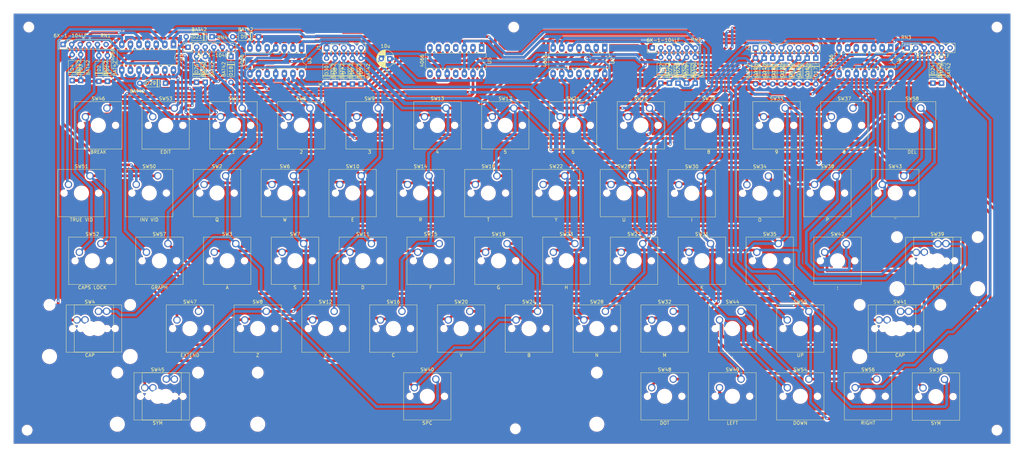
<source format=kicad_pcb>
(kicad_pcb (version 20240108) (generator "pcbnew") (generator_version "8.0")
  (layers (0 "F.Cu" signal) (31 "B.Cu" signal) (34 "B.Paste" user) (35 "F.Paste" user) (36 "B.SilkS" user "B.Silkscreen") (37 "F.SilkS" user "F.Silkscreen") (38 "B.Mask" user) (39 "F.Mask" user) (44 "Edge.Cuts" user))
  (net 0 "")
  (net 1 "VDD")
  (net 2 "VSS")
  (net 3 "Net-(D1-A)")
  (net 4 "Net-(D1-K)")
  (net 5 "Net-(D2-A)")
  (net 6 "Net-(D3-A)")
  (net 7 "Net-(D4-A)")
  (net 8 "Net-(D5-A)")
  (net 9 "Net-(D6-A)")
  (net 10 "Net-(D7-A)")
  (net 14 "Net-(D8-A)")
  (net 15 "Net-(D9-A)")
  (net 16 "Net-(D18-K)")
  (net 17 "Net-(D10-K)")
  (net 18 "Net-(D11-K)")
  (net 19 "Net-(D12-K)")
  (net 20 "Net-(D13-K)")
  (net 21 "Net-(D14-K)")
  (net 22 "Net-(D15-K)")
  (net 23 "Net-(D16-K)")
  (net 24 "Net-(D17-K)")
  (net 25 "Net-(D18-A)")
  (net 26 "Net-(D19-A)")
  (net 27 "Net-(D20-A)")
  (net 28 "Net-(D21-A)")
  (net 29 "Net-(D22-A)")
  (net 30 "Net-(D23-A)")
  (net 31 "Net-(D24-A)")
  (net 32 "Net-(D25-A)")
  (net 33 "Net-(D26-A)")
  (net 34 "Net-(D27-A)")
  (net 35 "Net-(D28-A)")
  (net 36 "Net-(D30-A)")
  (footprint "Capacitor_THT:CP_Radial_D5.0mm_P2.50mm" (layer "F.Cu") (at 159.078 79.548 180)
    (property "Reference" "C1")
    (property "Value" "10u")
  )
  (footprint "Connector_PinHeader_2.54mm:PinHeader_1x08_P2.54mm_Vertical" (layer "F.Cu") (at 266.948 76.354 90)
    (property "Reference" "J2")
    (property "Value" "Conn_01x08_Female" (hide yes))
  )
  (footprint "Resistor_THT:R_Array_SIP6" (layer "F.Cu") (at 62.732 75.338)
    (property "Reference" "RN1")
    (property "Value" "6X-1-104LF")
  )
  (footprint "Resistor_THT:R_Array_SIP6" (layer "F.Cu") (at 311.652 76.354)
    (property "Reference" "RN3")
    (property "Value" "6X-1-104LF")
  )
  (footprint "Resistor_THT:R_Array_SIP6" (layer "F.Cu") (at 99.586 76.134)
    (property "Reference" "RN4")
    (property "Value" "6X-1-104LF")
  )
  (footprint "Button_Switch_Keyboard:SW_Cherry_MX_1.00u_PCB" (layer "F.Cu") (at 115.54 94.134)
    (property "Reference" "SW1")
    (property "Value" "1")
  )
  (footprint "Button_Switch_Keyboard:SW_Cherry_MX_1.00u_PCB" (layer "F.Cu") (at 110.686 114.134)
    (property "Reference" "SW2")
    (property "Value" "Q")
  )
  (footprint "Button_Switch_Keyboard:SW_Cherry_MX_2.00u_PCB" (layer "F.Cu") (at 73.186 154.134)
    (property "Reference" "SW4")
    (property "Value" "CAP")
  )
  (footprint "Button_Switch_Keyboard:SW_Cherry_MX_1.00u_PCB" (layer "F.Cu") (at 135.54 94.134)
    (property "Reference" "SW5")
    (property "Value" "2")
  )
  (footprint "Button_Switch_Keyboard:SW_Cherry_MX_1.00u_PCB" (layer "F.Cu") (at 133.686 134.134)
    (property "Reference" "SW7")
    (property "Value" "S")
  )
  (footprint "Button_Switch_Keyboard:SW_Cherry_MX_1.00u_PCB" (layer "F.Cu") (at 122.686 154.134)
    (property "Reference" "SW8")
    (property "Value" "Z")
  )
  (footprint "Button_Switch_Keyboard:SW_Cherry_MX_1.00u_PCB" (layer "F.Cu") (at 155.686 94.134)
    (property "Reference" "SW9")
    (property "Value" "3")
  )
  (footprint "Button_Switch_Keyboard:SW_Cherry_MX_1.00u_PCB" (layer "F.Cu") (at 153.686 134.134)
    (property "Reference" "SW11")
    (property "Value" "D")
  )
  (footprint "Button_Switch_Keyboard:SW_Cherry_MX_1.00u_PCB" (layer "F.Cu") (at 142.686 154.134)
    (property "Reference" "SW12")
    (property "Value" "X")
  )
  (footprint "Button_Switch_Keyboard:SW_Cherry_MX_1.00u_PCB" (layer "F.Cu") (at 175.686 94.134)
    (property "Reference" "SW13")
    (property "Value" "4")
  )
  (footprint "Button_Switch_Keyboard:SW_Cherry_MX_1.00u_PCB" (layer "F.Cu") (at 170.686 114.134)
    (property "Reference" "SW14")
    (property "Value" "R")
  )
  (footprint "Button_Switch_Keyboard:SW_Cherry_MX_1.00u_PCB" (layer "F.Cu") (at 173.686 134.134)
    (property "Reference" "SW15")
    (property "Value" "F")
  )
  (footprint "Button_Switch_Keyboard:SW_Cherry_MX_1.00u_PCB" (layer "F.Cu") (at 162.686 154.134)
    (property "Reference" "SW16")
    (property "Value" "C")
  )
  (footprint "Button_Switch_Keyboard:SW_Cherry_MX_1.00u_PCB" (layer "F.Cu") (at 195.686 94.134)
    (property "Reference" "SW17")
    (property "Value" "5")
  )
  (footprint "Button_Switch_Keyboard:SW_Cherry_MX_1.00u_PCB" (layer "F.Cu") (at 190.686 114.134)
    (property "Reference" "SW18")
    (property "Value" "T")
  )
  (footprint "Button_Switch_Keyboard:SW_Cherry_MX_1.00u_PCB" (layer "F.Cu") (at 182.686 154.134)
    (property "Reference" "SW20")
    (property "Value" "V")
  )
  (footprint "Button_Switch_Keyboard:SW_Cherry_MX_1.00u_PCB" (layer "F.Cu") (at 215.686 94.134)
    (property "Reference" "SW21")
    (property "Value" "6")
  )
  (footprint "Button_Switch_Keyboard:SW_Cherry_MX_1.00u_PCB" (layer "F.Cu") (at 210.686 114.134)
    (property "Reference" "SW22")
    (property "Value" "Y")
  )
  (footprint "Button_Switch_Keyboard:SW_Cherry_MX_1.00u_PCB" (layer "F.Cu") (at 213.686 134.134)
    (property "Reference" "SW23")
    (property "Value" "H")
  )
  (footprint "Button_Switch_Keyboard:SW_Cherry_MX_1.00u_PCB" (layer "F.Cu") (at 202.686 154.134)
    (property "Reference" "SW24")
    (property "Value" "B")
  )
  (footprint "Button_Switch_Keyboard:SW_Cherry_MX_1.00u_PCB" (layer "F.Cu") (at 235.686 94.134)
    (property "Reference" "SW25")
    (property "Value" "7")
  )
  (footprint "Button_Switch_Keyboard:SW_Cherry_MX_1.00u_PCB" (layer "F.Cu") (at 230.686 114.134)
    (property "Reference" "SW26")
    (property "Value" "U")
  )
  (footprint "Button_Switch_Keyboard:SW_Cherry_MX_1.00u_PCB" (layer "F.Cu") (at 233.686 134.134)
    (property "Reference" "SW27")
    (property "Value" "J")
  )
  (footprint "Button_Switch_Keyboard:SW_Cherry_MX_1.00u_PCB" (layer "F.Cu") (at 222.686 154.134)
    (property "Reference" "SW28")
    (property "Value" "N")
  )
  (footprint "Button_Switch_Keyboard:SW_Cherry_MX_1.00u_PCB" (layer "F.Cu") (at 255.686 94.134)
    (property "Reference" "SW29")
    (property "Value" "8")
  )
  (footprint "Button_Switch_Keyboard:SW_Cherry_MX_1.00u_PCB" (layer "F.Cu") (at 250.692 114.2)
    (property "Reference" "SW30")
    (property "Value" "I")
  )
  (footprint "Button_Switch_Keyboard:SW_Cherry_MX_1.00u_PCB" (layer "F.Cu") (at 253.686 134.134)
    (property "Reference" "SW31")
    (property "Value" "K")
  )
  (footprint "Button_Switch_Keyboard:SW_Cherry_MX_1.00u_PCB" (layer "F.Cu") (at 242.686 154.134)
    (property "Reference" "SW32")
    (property "Value" "M")
  )
  (footprint "Button_Switch_Keyboard:SW_Cherry_MX_1.00u_PCB" (layer "F.Cu") (at 270.758 114.2)
    (property "Reference" "SW34")
    (property "Value" "O")
  )
  (footprint "Button_Switch_Keyboard:SW_Cherry_MX_1.00u_PCB" (layer "F.Cu") (at 273.686 134.134)
    (property "Reference" "SW35")
    (property "Value" "L")
  )
  (footprint "Button_Switch_Keyboard:SW_Cherry_MX_1.00u_PCB" (layer "F.Cu") (at 322.686 174.214)
    (property "Reference" "SW36")
    (property "Value" "SYM")
  )
  (footprint "Button_Switch_Keyboard:SW_Cherry_MX_1.00u_PCB" (layer "F.Cu") (at 295.686 94.134)
    (property "Reference" "SW37")
    (property "Value" "0")
  )
  (footprint "Button_Switch_Keyboard:SW_Cherry_MX_1.00u_PCB" (layer "F.Cu") (at 290.686 114.134)
    (property "Reference" "SW38")
    (property "Value" "P")
  )
  (footprint "Button_Switch_Keyboard:SW_Cherry_MX_6.25u_PCB" (layer "F.Cu") (at 172.686 174.134)
    (property "Reference" "SW40")
    (property "Value" "SPC")
  )
  (footprint "Button_Switch_Keyboard:SW_Cherry_MX_2.00u_PCB" (layer "F.Cu") (at 312.106 154.134)
    (property "Reference" "SW41")
    (property "Value" "CAP")
  )
  (footprint "Button_Switch_Keyboard:SW_Cherry_MX_1.00u_PCB" (layer "F.Cu") (at 293.686 134.134)
    (property "Reference" "SW42")
    (property "Value" ";")
  )
  (footprint "Button_Switch_Keyboard:SW_Cherry_MX_1.00u_PCB" (layer "F.Cu") (at 310.686 114.134)
    (property "Reference" "SW43")
    (property "Value" "\"")
  )
  (footprint "Button_Switch_Keyboard:SW_Cherry_MX_1.00u_PCB" (layer "F.Cu") (at 262.686 154.134)
    (property "Reference" "SW44")
    (property "Value" ",")
  )
  (footprint "Button_Switch_Keyboard:SW_Cherry_MX_1.00u_PCB" (layer "F.Cu") (at 102.686 154.134)
    (property "Reference" "SW47")
    (property "Value" "EXTEND")
  )
  (footprint "Button_Switch_Keyboard:SW_Cherry_MX_1.00u_PCB" (layer "F.Cu") (at 242.686 174.134)
    (property "Reference" "SW48")
    (property "Value" "DOT")
  )
  (footprint "Button_Switch_Keyboard:SW_Cherry_MX_1.00u_PCB" (layer "F.Cu") (at 262.686 174.134)
    (property "Reference" "SW49")
    (property "Value" "LEFT")
  )
  (footprint "Button_Switch_Keyboard:SW_Cherry_MX_1.00u_PCB" (layer "F.Cu") (at 90.686 114.134)
    (property "Reference" "SW50")
    (property "Value" "INV VID")
  )
  (footprint "Button_Switch_Keyboard:SW_Cherry_MX_1.00u_PCB" (layer "F.Cu") (at 70.686 114.134)
    (property "Reference" "SW51")
    (property "Value" "TRUE VID")
  )
  (footprint "Button_Switch_Keyboard:SW_Cherry_MX_1.00u_PCB" (layer "F.Cu") (at 73.908 134.134)
    (property "Reference" "SW52")
    (property "Value" "CAPS LOCK")
  )
  (footprint "Button_Switch_Keyboard:SW_Cherry_MX_1.00u_PCB" (layer "F.Cu") (at 95.54 94.134)
    (property "Reference" "SW53")
    (property "Value" "EDIT")
  )
  (footprint "Button_Switch_Keyboard:SW_Cherry_MX_1.00u_PCB" (layer "F.Cu") (at 282.686 174.134)
    (property "Reference" "SW54")
    (property "Value" "DOWN")
  )
  (footprint "Button_Switch_Keyboard:SW_Cherry_MX_1.00u_PCB" (layer "F.Cu") (at 282.686 154.134)
    (property "Reference" "SW55")
    (property "Value" "UP")
  )
  (footprint "Button_Switch_Keyboard:SW_Cherry_MX_1.00u_PCB" (layer "F.Cu") (at 302.686 174.134)
    (property "Reference" "SW56")
    (property "Value" "RIGHT")
  )
  (footprint "Button_Switch_Keyboard:SW_Cherry_MX_1.00u_PCB" (layer "F.Cu") (at 93.686 134.134)
    (property "Reference" "SW57")
    (property "Value" "GRAPH")
  )
  (footprint "Button_Switch_Keyboard:SW_Cherry_MX_1.00u_PCB" (layer "F.Cu") (at 315.686 94.134)
    (property "Reference" "SW58")
    (property "Value" "DEL")
  )
  (footprint "Package_DIP:DIP-14_W7.62mm_LongPads" (layer "F.Cu") (at 222.503 76.339 -90)
    (property "Reference" "U2")
    (property "Value" "4066")
  )
  (footprint "Package_DIP:DIP-14_W7.62mm_LongPads" (layer "F.Cu") (at 133.09 76.354 -90)
    (property "Reference" "U3")
    (property "Value" "4066")
  )
  (footprint "Package_DIP:DIP-14_W7.62mm_LongPads" (layer "F.Cu") (at 306.831 76.339 -90)
    (property "Reference" "U4")
    (property "Value" "4066")
  )
  (footprint "Package_DIP:DIP-14_W7.62mm_LongPads" (layer "F.Cu") (at 186.181 76.339 -90)
    (property "Reference" "U5")
    (property "Value" "4066")
  )
  (footprint "Connector_PinHeader_2.54mm:PinHeader_1x05_P2.54mm_Vertical" (layer "F.Cu") (at 140.456 76.354 90)
    (property "Reference" "J1")
    (property "Value" "Conn_01x05_Female" (hide yes))
  )
  (footprint "Button_Switch_Keyboard:SW_Cherry_MX_1.00u_PCB" (layer "F.Cu") (at 193.686 134.134)
    (property "Reference" "SW19")
    (property "Value" "G")
  )
  (footprint "Button_Switch_Keyboard:SW_Cherry_MX_1.00u_PCB" (layer "F.Cu") (at 275.686 94.134)
    (property "Reference" "SW33")
    (property "Value" "9")
  )
  (footprint "Button_Switch_Keyboard:SW_Cherry_MX_1.00u_PCB" (layer "F.Cu") (at 113.686 134.134)
    (property "Reference" "SW3")
    (property "Value" "A")
  )
  (footprint "Button_Switch_Keyboard:SW_Cherry_MX_1.00u_PCB" (layer "F.Cu") (at 75.686 94.134)
    (property "Reference" "SW46")
    (property "Value" "BREAK")
  )
  (footprint "Button_Switch_Keyboard:SW_Cherry_MX_2.00u_PCB" (layer "F.Cu") (at 323.106 134.134)
    (property "Reference" "SW39")
    (property "Value" "ENT")
  )
  (footprint "Resistor_THT:R_Array_SIP6" (layer "F.Cu") (at 236.468 76.354)
    (property "Reference" "RN2")
    (property "Value" "6X-1-104LF")
  )
  (footprint "Button_Switch_Keyboard:SW_Cherry_MX_2.00u_PCB" (layer "F.Cu") (at 93.186 174.134)
    (property "Reference" "SW45")
    (property "Value" "SYM")
  )
  (footprint "Button_Switch_Keyboard:SW_Cherry_MX_1.00u_PCB" (layer "F.Cu") (at 130.686 114.134)
    (property "Reference" "SW6")
    (property "Value" "W")
  )
  (footprint "Button_Switch_Keyboard:SW_Cherry_MX_1.00u_PCB" (layer "F.Cu") (at 150.686 114.134)
    (property "Reference" "SW10")
    (property "Value" "E")
  )
  (footprint "Package_DIP:DIP-14_W7.62mm_LongPads" (layer "F.Cu") (at 95.311 75.309 -90)
    (property "Reference" "U1")
    (property "Value" "4066")
  )
  (footprint "Diode_THT:D_DO-35_SOD27_P7.62mm_Horizontal" (layer "F.Cu") (at 75.84 86.226 90)
    (property "Reference" "D1")
    (property "Value" "BAT42")
  )
  (footprint "Diode_THT:D_DO-35_SOD27_P7.62mm_Horizontal" (layer "F.Cu") (at 269.488 79.402 -90)
    (property "Reference" "D11")
    (property "Value" "BAT42")
  )
  (footprint "Button_Switch_Keyboard:SW_Cherry_MX_1.75u_PCB" (layer "F.Cu") (at 75.573482 154.105223)
    (property "Reference" "REF**" (hide yes))
    (property "Value" "SW_Cherry_MX_1.75u_PCB" (hide yes))
  )
  (footprint "Diode_THT:D_DO-35_SOD27_P7.62mm_Horizontal" (layer "F.Cu") (at 73.3 86.226 90)
    (property "Reference" "D2")
    (property "Value" "BAT42")
  )
  (footprint "Diode_THT:D_DO-35_SOD27_P7.62mm_Horizontal" (layer "F.Cu") (at 266.948 79.402 -90)
    (property "Reference" "D10")
    (property "Value" "BAT42")
  )
  (footprint "Diode_THT:D_DO-35_SOD27_P7.62mm_Horizontal" (layer "F.Cu") (at 112.262 78.894 -90)
    (property "Reference" "D18")
    (property "Value" "BAT42")
  )
  (footprint "Diode_THT:D_DO-35_SOD27_P7.62mm_Horizontal" (layer "F.Cu") (at 92.958 86.768 180)
    (property "Reference" "D29")
    (property "Value" "BAT42")
  )
  (footprint "Diode_THT:D_DO-35_SOD27_P7.62mm_Horizontal" (layer "F.Cu") (at 102.102 86.514 90)
    (property "Reference" "D26")
    (property "Value" "BAT42")
  )
  (footprint "Diode_THT:D_DO-35_SOD27_P7.62mm_Horizontal" (layer "F.Cu") (at 279.648 79.402 -90)
    (property "Reference" "D15")
    (property "Value" "BAT42")
  )
  (footprint "Diode_THT:D_DO-35_SOD27_P7.62mm_Horizontal" (layer "F.Cu") (at 277.108 79.402 -90)
    (property "Reference" "D14")
    (property "Value" "BAT42")
  )
  (footprint "Diode_THT:D_DO-35_SOD27_P7.62mm_Horizontal" (layer "F.Cu") (at 140.456 87.022 90)
    (property "Reference" "D30")
    (property "Value" "BAT42")
  )
  (footprint "Diode_THT:D_DO-35_SOD27_P7.62mm_Horizontal" (layer "F.Cu") (at 65.426 85.972 90)
    (property "Reference" "D4")
    (property "Value" "BAT42")
  )
  (footprint "Diode_THT:D_DO-35_SOD27_P7.62mm_Horizontal" (layer "F.Cu") (at 321.812 86.768 90)
    (property "Reference" "D25")
    (property "Value" "BAT42")
  )
  (footprint "Diode_THT:D_DO-35_SOD27_P7.62mm_Horizontal" (layer "F.Cu") (at 120.39 73.052 180)
    (property "Reference" "D9")
    (property "Value" "BAT42")
  )
  (footprint "Diode_THT:D_DO-35_SOD27_P7.62mm_Horizontal" (layer "F.Cu") (at 246.628 86.768 90)
    (property "Reference" "D28")
    (property "Value" "BAT42")
  )
  (footprint "Diode_THT:D_DO-35_SOD27_P7.62mm_Horizontal" (layer "F.Cu") (at 272.028 79.402 -90)
    (property "Reference" "D12")
    (property "Value" "BAT42")
  )
  (footprint "Diode_THT:D_DO-35_SOD27_P7.62mm_Horizontal" (layer "F.Cu") (at 274.568 79.402 -90)
    (property "Reference" "D13")
    (property "Value" "BAT42")
  )
  (footprint "Button_Switch_Keyboard:SW_Cherry_MX_1.75u_PCB" (layer "F.Cu") (at 320.718346 134.186725)
    (property "Reference" "REF**" (hide yes))
    (property "Value" "SW_Cherry_MX_1.75u_PCB" (hide yes))
  )
  (footprint "Diode_THT:D_DO-35_SOD27_P7.62mm_Horizontal" (layer "F.Cu") (at 106.674 73.052 180)
    (property "Reference" "D21")
    (property "Value" "BAT42")
  )
  (footprint "Diode_THT:D_DO-35_SOD27_P7.62mm_Horizontal" (layer "F.Cu") (at 67.966 85.972 90)
    (property "Reference" "D3")
    (property "Value" "BAT42")
  )
  (footprint "Diode_THT:D_DO-35_SOD27_P7.62mm_Horizontal" (layer "F.Cu") (at 319.272 86.768 90)
    (property "Reference" "D24")
    (property "Value" "BAT42")
  )
  (footprint "Diode_THT:D_DO-35_SOD27_P7.62mm_Horizontal" (layer "F.Cu") (at 244.088 86.768 90)
    (property "Reference" "D20")
    (property "Value" "BAT42")
  )
  (footprint "Diode_THT:D_DO-35_SOD27_P7.62mm_Horizontal" (layer "F.Cu") (at 104.686 86.514 90)
    (property "Reference" "D27")
    (property "Value" "BAT42")
  )
  (footprint "Diode_THT:D_DO-35_SOD27_P7.62mm_Horizontal" (layer "F.Cu") (at 148.076 87.022 90)
    (property "Reference" "D6")
    (property "Value" "BAT42")
  )
  (footprint "Diode_THT:D_DO-35_SOD27_P7.62mm_Horizontal" (layer "F.Cu") (at 249.168 86.768 90)
    (property "Reference" "D19")
    (property "Value" "BAT42")
  )
  (footprint "Button_Switch_Keyboard:SW_Cherry_MX_1.75u_PCB" (layer "F.Cu") (at 309.733385 154.141482)
    (property "Reference" "REF**" (hide yes))
    (property "Value" "SW_Cherry_MX_1.75u_PCB" (hide yes))
  )
  (footprint "Diode_THT:D_DO-35_SOD27_P7.62mm_Horizontal" (layer "F.Cu") (at 284.728 79.402 -90)
    (property "Reference" "D17")
    (property "Value" "BAT42")
  )
  (footprint "Diode_THT:D_DO-35_SOD27_P7.62mm_Horizontal" (layer "F.Cu") (at 150.616 87.022 90)
    (property "Reference" "D5")
    (property "Value" "BAT42")
  )
  (footprint "Button_Switch_Keyboard:SW_Cherry_MX_1.75u_PCB" (layer "F.Cu") (at 95.579328 174.156731)
    (property "Reference" "REF**" (hide yes))
    (property "Value" "SW_Cherry_MX_1.75u_PCB" (hide yes))
  )
  (footprint "Diode_THT:D_DO-35_SOD27_P7.62mm_Horizontal" (layer "F.Cu") (at 239.008 86.768 90)
    (property "Reference" "D22")
    (property "Value" "BAT42")
  )
  (footprint "Diode_THT:D_DO-35_SOD27_P7.62mm_Horizontal" (layer "F.Cu") (at 142.996 87.022 90)
    (property "Reference" "D8")
    (property "Value" "BAT42")
  )
  (footprint "Diode_THT:D_DO-35_SOD27_P7.62mm_Horizontal" (layer "F.Cu") (at 241.548 86.768 90)
    (property "Reference" "D23")
    (property "Value" "BAT42")
  )
  (footprint "Diode_THT:D_DO-35_SOD27_P7.62mm_Horizontal" (layer "F.Cu") (at 145.536 87.022 90)
    (property "Reference" "D7")
    (property "Value" "BAT42")
  )
  (footprint "Diode_THT:D_DO-35_SOD27_P7.62mm_Horizontal" (layer "F.Cu") (at 282.188 79.402 -90)
    (property "Reference" "D16")
    (property "Value" "BAT42")
  )
  (gr_line (start 321.662548 134.133424) (end 322.146 134.133424) (stroke (width 0.8)) (layer "F.Cu") (net 36))
  (gr_line (start 73.936 154.134) (end 74.712847 154.134419) (stroke (width 0.8)) (layer "F.Cu") (net 36))
  (gr_line (start 94.098988 174.141394) (end 94.564535 174.134232) (stroke (width 0.8)) (layer "F.Cu") (net 14))
  (gr_line (start 315.232638 136.695719) (end 315.81278 136.695719) (stroke (width 0.8)) (layer "F.Cu") (net 23))
  (gr_line (start 87.739484 176.676831) (end 88.33395 176.676831) (stroke (width 0.8)) (layer "F.Cu") (net 24))
  (gr_line (start 67.748495 156.655344) (end 68.264177 156.655344) (stroke (width 0.8)) (layer "F.Cu") (net 22))
  (gr_line (start 310.646702 154.137602) (end 311.219682 154.137602) (stroke (width 0.8)) (layer "F.Cu") (net 36))
  (gr_line (start 87.818268 176.676831) (end 88.33395 176.676831) (stroke (width 0.8)) (layer "B.Cu") (net 24))
  (gr_line (start 67.727008 156.655344) (end 68.285663 156.655344) (stroke (width 0.8)) (layer "B.Cu") (net 22))
  (gr_line (start 310.641927 154.139662) (end 311.179096 154.139662) (stroke (width 0.8)) (layer "B.Cu") (net 36))
  (gr_line (start 304.310615 156.649106) (end 304.826297 156.649106) (stroke (width 0.8)) (layer "B.Cu") (net 22))
  (gr_line (start 94.098988 174.141394) (end 94.692882 174.141394) (stroke (width 0.8)) (layer "B.Cu") (net 14))
  (gr_circle (center 52.146 189.214) (end 53.7462 189.214) (stroke (width 0.05)) (fill none) (layer "Edge.Cuts"))
  (gr_circle (center 52.646 70.214) (end 54.2462 70.214) (stroke (width 0.05)) (fill none) (layer "Edge.Cuts"))
  (gr_circle (center 195.646 70.214) (end 197.2462 70.214) (stroke (width 0.05)) (fill none) (layer "Edge.Cuts"))
  (gr_circle (center 196.133856 188.802012) (end 197.734056 188.802012) (stroke (width 0.05)) (fill none) (layer "Edge.Cuts"))
  (gr_circle (center 338.146 70.214) (end 339.7462 70.214) (stroke (width 0.05)) (fill none) (layer "Edge.Cuts"))
  (gr_circle (center 338.146 189.214) (end 339.7462 189.214) (stroke (width 0.05)) (fill none) (layer "Edge.Cuts"))
  (gr_rect (start 48.146 66.214) (end 342.146 193.214) (stroke (width 0.05)) (fill none) (layer "Edge.Cuts"))
  (gr_text "Cherry ZX Spectrum keyboard 1.1b THT" (at 53.686 113.134 90) (layer "F.Cu") (effects (font (size 1.5 1.5) (thickness 0.3))))
  (segment (start 96.336 154.784) (end 96.336 156.674) (width 0.8) (layer "F.Cu") (net 1))
  (segment (start 70.686 114.134) (end 90.686 114.134) (width 0.8) (layer "F.Cu") (net 1))
  (segment (start 78.2412 94.134) (end 95.54 94.134) (width 0.8) (layer "F.Cu") (net 1))
  (segment (start 286.8395 84.2973) (end 288.3057 85.7635) (width 0.8) (layer "F.Cu") (net 1))
  (segment (start 69.336 96.674) (end 70.1376 95.8724) (width 0.8) (layer "F.Cu") (net 1))
  (segment (start 257.042 161.19) (end 259.836 163.984) (width 0.8) (layer "F.Cu") (net 1))
  (segment (start 259.836 163.984) (end 313.876 163.984) (width 0.8) (layer "F.Cu") (net 1))
  (segment (start 142.996 87.022) (end 145.536 87.022) (width 0.8) (layer "F.Cu") (net 1))
  (segment (start 76.5028 95.8724) (end 78.2412 94.134) (width 0.8) (layer "F.Cu") (net 1))
  (segment (start 96.6563 85.3788) (end 96.2065 84.929) (width 0.8) (layer "F.Cu") (net 1))
  (segment (start 145.536 87.022) (end 148.076 87.022) (width 0.8) (layer "F.Cu") (net 1))
  (segment (start 288.03 142.14) (end 288.03 137.368) (width 0.8) (layer "F.Cu") (net 1))
  (segment (start 242.056 170.334) (end 258.886 170.334) (width 0.8) (layer "F.Cu") (net 1))
  (segment (start 150.616 87.022) (end 152.216 87.022) (width 0.8) (layer "F.Cu") (net 1))
  (segment (start 224.8274 84.2973) (end 286.8395 84.2973) (width 0.8) (layer "F.Cu") (net 1))
  (segment (start 236.336 176.054) (end 242.056 170.334) (width 0.8) (layer "F.Cu") (net 1))
  (segment (start 316.646 148.714) (end 310.072 142.14) (width 0.8) (layer "F.Cu") (net 1))
  (segment (start 75.686 134.134) (end 96.336 154.784) (width 0.8) (layer "F.Cu") (net 1))
  (segment (start 142.996 87.022) (end 140.71 87.022) (width 0.8) (layer "F.Cu") (net 1))
  (segment (start 73.908 134.134) (end 75.686 134.134) (width 0.8) (layer "F.Cu") (net 1))
  (segment (start 222.503 85.959) (end 223.1657 85.959) (width 0.8) (layer "F.Cu") (net 1))
  (segment (start 288.3057 85.7635) (end 305.0265 85.7635) (width 0.8) (layer "F.Cu") (net 1))
  (segment (start 256.336 157.436) (end 257.042 158.142) (width 0.8) (layer "F.Cu") (net 1))
  (segment (start 316.646 161.214) (end 316.646 148.714) (width 0.8) (layer "F.Cu") (net 1))
  (segment (start 158.09 81.148) (end 159.078 81.148) (width 0.8) (layer "F.Cu") (net 1))
  (segment (start 138.8173 91.7875) (end 138.5726 92.0322) (width 0.8) (layer "F.Cu") (net 1))
  (segment (start 148.076 87.022) (end 150.616 87.022) (width 0.8) (layer "F.Cu") (net 1))
  (segment (start 96.2065 84.929) (end 95.311 84.929) (width 0.8) (layer "F.Cu") (net 1))
  (segment (start 257.042 158.142) (end 257.042 161.19) (width 0.8) (layer "F.Cu") (net 1))
  (segment (start 258.886 170.334) (end 262.686 174.134) (width 0.8) (layer "F.Cu") (net 1))
  (segment (start 152.216 87.022) (end 158.09 81.148) (width 0.8) (layer "F.Cu") (net 1))
  (segment (start 222.503 83.959) (end 222.503 85.959) (width 0.8) (layer "F.Cu") (net 1))
  (segment (start 256.336 156.674) (end 256.336 157.436) (width 0.8) (layer "F.Cu") (net 1))
  (segment (start 97.6418 92.0322) (end 95.54 94.134) (width 0.8) (layer "F.Cu") (net 1))
  (segment (start 236.336 176.674) (end 236.336 176.054) (width 0.8) (layer "F.Cu") (net 1))
  (segment (start 310.072 142.14) (end 288.03 142.14) (width 0.8) (layer "F.Cu") (net 1))
  (segment (start 95.311 82.929) (end 95.311 84.929) (width 0.8) (layer "F.Cu") (net 1))
  (segment (start 288.03 137.368) (end 287.336 136.674) (width 0.8) (layer "F.Cu") (net 1))
  (segment (start 159.078 79.548) (end 159.078 81.148) (width 0.8) (layer "F.Cu") (net 1))
  (segment (start 108.4692 148.9172) (end 93.686 134.134) (width 0.8) (layer "F.Cu") (net 1))
  (segment (start 138.5726 92.0322) (end 97.6418 92.0322) (width 0.8) (layer "F.Cu") (net 1))
  (segment (start 305.0265 85.7635) (end 306.831 83.959) (width 0.8) (layer "F.Cu") (net 1))
  (segment (start 277.7745 148.9172) (end 108.4692 148.9172) (width 0.8) (layer "F.Cu") (net 1))
  (segment (start 302.686 174.134) (end 282.686 174.134) (width 0.8) (layer "F.Cu") (net 1))
  (segment (start 313.876 163.984) (end 316.646 161.214) (width 0.8) (layer "F.Cu") (net 1))
  (segment (start 70.1376 95.8724) (end 76.5028 95.8724) (width 0.8) (layer "F.Cu") (net 1))
  (segment (start 223.1657 85.959) (end 224.8274 84.2973) (width 0.8) (layer "F.Cu") (net 1))
  (via (at 277.7745 148.9172) (size 0.8) (drill 0.4) (layers "F.Cu" "B.Cu") (net 1))
  (via (at 138.8173 91.7875) (size 0.8) (drill 0.4) (layers "F.Cu" "B.Cu") (net 1))
  (via (at 283.204 163.984) (size 0.8) (drill 0.4) (layers "F.Cu" "B.Cu") (net 1))
  (via (at 96.6563 85.3788) (size 0.8) (drill 0.4) (layers "F.Cu" "B.Cu") (net 1))
  (segment (start 282.686 174.134) (end 283.204 173.616) (width 0.8) (layer "B.Cu") (net 1))
  (segment (start 138.8173 87.022) (end 134.138 87.022) (width 0.8) (layer "B.Cu") (net 1))
  (segment (start 138.8173 87.022) (end 140.71 87.022) (width 0.8) (layer "B.Cu") (net 1))
  (segment (start 116.072 102.48) (end 116.072 97.69) (width 0.8) (layer "B.Cu") (net 1))
  (segment (start 134.138 87.022) (end 133.09 85.974) (width 0.8) (layer "B.Cu") (net 1))
  (segment (start 315.686 94.134) (end 319.726 98.174) (width 0.8) (layer "B.Cu") (net 1))
  (segment (start 256.788 157.126) (end 256.336 156.674) (width 0.8) (layer "B.Cu") (net 1))
  (segment (start 319.726 110.134) (end 313.646 116.214) (width 0.8) (layer "B.Cu") (net 1))
  (segment (start 319.726 98.174) (end 319.726 110.134) (width 0.8) (layer "B.Cu") (net 1))
  (segment (start 256.788 165.762) (end 256.788 157.126) (width 0.8) (layer "B.Cu") (net 1))
  (segment (start 262.686 174.134) (end 262.686 171.66) (width 0.8) (layer "B.Cu") (net 1))
  (segment (start 186.9936 81.1464) (end 217.627 81.1464) (width 0.8) (layer "B.Cu") (net 1))
  (segment (start 112.8397 89.1122) (end 107.206 83.4785) (width 0.8) (layer "B.Cu") (net 1))
  (segment (start 75.686 132.356) (end 75.686 119.134) (width 0.8) (layer "B.Cu") (net 1))
  (segment (start 277.7745 149.2225) (end 277.7745 148.9172) (width 0.8) (layer "B.Cu") (net 1))
  (segment (start 306.831 83.959) (end 306.831 85.959) (width 0.8) (layer "B.Cu") (net 1))
  (segment (start 138.8173 87.022) (end 138.8173 91.7875) (width 0.8) (layer "B.Cu") (net 1))
  (segment (start 283.204 173.616) (end 283.204 154.652) (width 0.8) (layer "B.Cu") (net 1))
  (segment (start 69.7928 97.1308) (end 69.7928 113.2408) (width 0.8) (layer "B.Cu") (net 1))
  (segment (start 69.7928 113.2408) (end 70.686 114.134) (width 0.8) (layer "B.Cu") (net 1))
  (segment (start 282.686 154.134) (end 277.7745 149.2225) (width 0.8) (layer "B.Cu") (net 1))
  (segment (start 186.181 83.959) (end 186.181 81.959) (width 0.8) (layer "B.Cu") (net 1))
  (segment (start 222.503 83.959) (end 222.503 81.959) (width 0.8) (layer "B.Cu") (net 1))
  (segment (start 288.416 136.674) (end 305.048 120.042) (width 0.8) (layer "B.Cu") (net 1))
  (segment (start 186.181 85.959) (end 167.089 85.959) (width 0.8) (layer "B.Cu") (net 1))
  (segment (start 133.09 83.974) (end 133.09 85.974) (width 0.8) (layer "B.Cu") (net 1))
  (segment (start 304.336 88.454) (end 304.336 116.674) (width 0.8) (layer "B.Cu") (net 1))
  (segment (start 167.089 85.959) (end 160.678 79.548) (width 0.8) (layer "B.Cu") (net 1))
  (segment (start 287.336 136.674) (end 288.416 136.674) (width 0.8) (layer "B.Cu") (net 1))
  (segment (start 283.204 154.652) (end 282.686 154.134) (width 0.8) (layer "B.Cu") (net 1))
  (segment (start 96.6563 93.0177) (end 96.6563 85.3788) (width 0.8) (layer "B.Cu") (net 1))
  (segment (start 262.686 171.66) (end 256.788 165.762) (width 0.8) (layer "B.Cu") (net 1))
  (segment (start 93.686 134.134) (end 93.686 124.866) (width 0.8) (layer "B.Cu") (net 1))
  (segment (start 305.048 117.386) (end 304.336 116.674) (width 0.8) (layer "B.Cu") (net 1))
  (segment (start 73.908 134.134) (end 75.686 132.356) (width 0.8) (layer "B.Cu") (net 1))
  (segment (start 186.181 81.959) (end 186.9936 81.1464) (width 0.8) (layer "B.Cu") (net 1))
  (segment (start 95.54 94.134) (end 96.6563 93.0177) (width 0.8) (layer "B.Cu") (net 1))
  (segment (start 69.336 96.674) (end 69.7928 97.1308) (width 0.8) (layer "B.Cu") (net 1))
  (segment (start 112.8397 94.4577) (end 112.8397 89.1122) (width 0.8) (layer "B.Cu") (net 1))
  (segment (start 305.048 120.042) (end 305.048 117.386) (width 0.8) (layer "B.Cu") (net 1))
  (segment (start 304.796 116.214) (end 304.336 116.674) (width 0.8) (layer "B.Cu") (net 1))
  (segment (start 186.181 83.959) (end 186.181 85.959) (width 0.8) (layer "B.Cu") (net 1))
  (segment (start 313.646 116.214) (end 304.796 116.214) (width 0.8) (layer "B.Cu") (net 1))
  (segment (start 107.206 83.4785) (end 107.206 76.134) (width 0.8) (layer "B.Cu") (net 1))
  (segment (start 159.078 79.548) (end 160.678 79.548) (width 0.8) (layer "B.Cu") (net 1))
  (segment (start 75.686 119.134) (end 70.686 114.134) (width 0.8) (layer "B.Cu") (net 1))
  (segment (start 218.4396 81.959) (end 222.503 81.959) (width 0.8) (layer "B.Cu") (net 1))
  (segment (start 93.686 124.866) (end 116.072 102.48) (width 0.8) (layer "B.Cu") (net 1))
  (segment (start 116.072 97.69) (end 112.8397 94.4577) (width 0.8) (layer "B.Cu") (net 1))
  (segment (start 306.831 85.959) (end 304.336 88.454) (width 0.8) (layer "B.Cu") (net 1))
  (segment (start 217.627 81.1464) (end 218.4396 81.959) (width 0.8) (layer "B.Cu") (net 1))
  (segment (start 96.3291 73.4771) (end 97.986 75.134) (width 0.8) (layer "F.Cu") (net 2))
  (segment (start 308.3058 73.5078) (end 310.052 75.254) (width 0.8) (layer "F.Cu") (net 2))
  (segment (start 310.052 75.254) (end 310.052 76.354) (width 0.8) (layer "F.Cu") (net 2))
  (segment (start 176.021 85.959) (end 173.481 85.959) (width 0.8) (layer "F.Cu") (net 2))
  (segment (start 236.8884 74.3336) (end 234.868 76.354) (width 0.8) (layer "F.Cu") (net 2))
  (segment (start 274.568 87.022) (end 272.028 87.022) (width 0.8) (layer "F.Cu") (net 2))
  (segment (start 97.986 75.134) (end 97.986 76.134) (width 0.8) (layer "F.Cu") (net 2))
  (segment (start 236.468 76.354) (end 234.868 76.354) (width 0.8) (layer "F.Cu") (net 2))
  (segment (start 267.888 87.022) (end 267.3817 86.5157) (width 0.8) (layer "F.Cu") (net 2))
  (segment (start 291.591 74.339) (end 292.4222 73.5078) (width 0.8) (layer "F.Cu") (net 2))
  (segment (start 292.4222 73.5078) (end 308.3058 73.5078) (width 0.8) (layer "F.Cu") (net 2))
  (segment (start 81.9029 73.4771) (end 93.4479 73.4771) (width 0.8) (layer "F.Cu") (net 2))
  (segment (start 170.941 78.339) (end 173.481 78.339) (width 0.8) (layer "F.Cu") (net 2))
  (segment (start 250.9438 74.3336) (end 236.8884 74.3336) (width 0.8) (layer "F.Cu") (net 2))
  (segment (start 284.728 87.022) (end 282.188 87.022) (width 0.8) (layer "F.Cu") (net 2))
  (segment (start 170.941 76.339) (end 170.941 78.339) (width 0.8) (layer "F.Cu") (net 2))
  (segment (start 173.481 77.339) (end 173.481 78.339) (width 0.8) (layer "F.Cu") (net 2))
  (segment (start 269.488 87.022) (end 267.888 87.022) (width 0.8) (layer "F.Cu") (net 2))
  (segment (start 176.021 83.959) (end 176.021 85.959) (width 0.8) (layer "F.Cu") (net 2))
  (segment (start 311.652 76.354) (end 310.052 76.354) (width 0.8) (layer "F.Cu") (net 2))
  (segment (start 173.481 76.339) (end 173.481 77.339) (width 0.8) (layer "F.Cu") (net 2))
  (segment (start 232.853 74.339) (end 207.263 74.339) (width 0.8) (layer "F.Cu") (net 2))
  (segment (start 93.4479 73.4771) (end 96.3291 73.4771) (width 0.8) (layer "F.Cu") (net 2))
  (segment (start 282.188 87.022) (end 279.648 87.022) (width 0.8) (layer "F.Cu") (net 2))
  (segment (start 277.108 87.022) (end 279.648 87.022) (width 0.8) (layer "F.Cu") (net 2))
  (segment (start 274.568 87.022) (end 277.108 87.022) (width 0.8) (layer "F.Cu") (net 2))
  (segment (start 99.586 76.134) (end 97.986 76.134) (width 0.8) (layer "F.Cu") (net 2))
  (segment (start 173.481 83.959) (end 173.481 85.959) (width 0.8) (layer "F.Cu") (net 2))
  (segment (start 174.481 78.339) (end 176.021 78.339) (width 0.8) (layer "F.Cu") (net 2))
  (segment (start 80.071 75.309) (end 81.9029 73.4771) (width 0.8) (layer "F.Cu") (net 2))
  (segment (start 272.028 87.022) (end 269.488 87.022) (width 0.8) (layer "F.Cu") (net 2))
  (segment (start 176.021 76.339) (end 176.021 78.339) (width 0.8) (layer "F.Cu") (net 2))
  (segment (start 291.591 76.339) (end 291.591 74.339) (width 0.8) (layer "F.Cu") (net 2))
  (segment (start 234.868 76.354) (end 232.853 74.339) (width 0.8) (layer "F.Cu") (net 2))
  (segment (start 267.3817 86.5157) (end 253.1161 86.5157) (width 0.8) (layer "F.Cu") (net 2))
  (segment (start 207.263 76.339) (end 207.263 74.339) (width 0.8) (layer "F.Cu") (net 2))
  (segment (start 173.481 77.339) (end 174.481 78.339) (width 0.8) (layer "F.Cu") (net 2))
  (via (at 253.1161 86.5157) (size 0.8) (drill 0.4) (layers "F.Cu" "B.Cu") (net 2))
  (via (at 93.4479 73.4771) (size 0.8) (drill 0.4) (layers "F.Cu" "B.Cu") (net 2))
  (via (at 250.9438 74.3336) (size 0.8) (drill 0.4) (layers "F.Cu" "B.Cu") (net 2))
  (segment (start 80.071 73.309) (end 79.6882 72.9262) (width 0.8) (layer "B.Cu") (net 2))
  (segment (start 284.728 85.422) (end 291.591 78.559) (width 0.8) (layer "B.Cu") (net 2))
  (segment (start 117.85 76.354) (end 117.85 74.354) (width 0.8) (layer "B.Cu") (net 2))
  (segment (start 207.263 76.339) (end 207.263 74.339) (width 0.8) (layer "B.Cu") (net 2))
  (segment (start 156.9428 79.1832) (end 150.6117 72.8521) (width 0.8) (layer "B.Cu") (net 2))
  (segment (start 198.686 79.134) (end 192.686 79.134) (width 0.8) (layer "B.Cu") (net 2))
  (segment (start 135.63 73.052) (end 137.23 73.052) (width 0.8) (layer "B.Cu") (net 2))
  (segment (start 156.9428 79.1832) (end 156.578 79.548) (width 0.8) (layer "B.Cu") (net 2))
  (segment (start 181.101 74.339) (end 181.101 76.339) (width 0.8) (layer "B.Cu") (net 2))
  (segment (start 181.101 81.959) (end 181.101 76.339) (width 0.8) (layer "B.Cu") (net 2))
  (segment (start 253.1161 86.5157) (end 253.1161 76.5059) (width 0.8) (layer "B.Cu") (net 2))
  (segment (start 150.6117 72.8521) (end 137.4299 72.8521) (width 0.8) (layer "B.Cu") (net 2))
  (segment (start 96.3532 70.5718) (end 93.4479 73.4771) (width 0.8) (layer "B.Cu") (net 2))
  (segment (start 118.309 72.6666) (end 119.3238 71.6518) (width 0.8) (layer "B.Cu") (net 2))
  (segment (start 192.686 79.134) (end 187.891 74.339) (width 0.8) (layer "B.Cu") (net 2))
  (segment (start 118.309 73.895) (end 118.309 72.6666) (width 0.8) (layer "B.Cu") (net 2))
  (segment (start 158.0371 78.0889) (end 167.7711 78.0889) (width 0.8) (layer "B.Cu") (net 2))
  (segment (start 176.021 83.959) (end 176.021 81.959) (width 0.8) (layer "B.Cu") (net 2))
  (segment (start 167.7711 78.0889) (end 168.0212 78.339) (width 0.8) (layer "B.Cu") (net 2))
  (segment (start 253.1161 76.5059) (end 250.9438 74.3336) (width 0.8) (layer "B.Cu") (net 2))
  (segment (start 168.0212 78.339) (end 170.941 78.339) (width 0.8) (layer "B.Cu") (net 2))
  (segment (start 187.891 74.339) (end 181.101 74.339) (width 0.8) (layer "B.Cu") (net 2))
  (segment (start 134.83 73.052) (end 134.03 73.052) (width 0.8) (layer "B.Cu") (net 2))
  (segment (start 137.4299 72.8521) (end 137.23 73.052) (width 0.8) (layer "B.Cu") (net 2))
  (segment (start 170.941 76.339) (end 170.941 78.339) (width 0.8) (layer "B.Cu") (net 2))
  (segment (start 203.481 74.339) (end 198.686 79.134) (width 0.8) (layer "B.Cu") (net 2))
  (segment (start 132.6298 71.6518) (end 134.03 73.052) (width 0.8) (layer "B.Cu") (net 2))
  (segment (start 80.071 75.309) (end 80.071 73.309) (width 0.8) (layer "B.Cu") (net 2))
  (segment (start 116.2142 70.5718) (end 96.3532 70.5718) (width 0.8) (layer "B.Cu") (net 2))
  (segment (start 118.309 72.6666) (end 116.2142 70.5718) (width 0.8) (layer "B.Cu") (net 2))
  (segment (start 170.941 79.419) (end 173.481 81.959) (width 0.8) (layer "B.Cu") (net 2))
  (segment (start 170.941 78.339) (end 170.941 79.419) (width 0.8) (layer "B.Cu") (net 2))
  (segment (start 173.481 83.959) (end 173.481 81.959) (width 0.8) (layer "B.Cu") (net 2))
  (segment (start 79.6882 72.9262) (end 65.1438 72.9262) (width 0.8) (layer "B.Cu") (net 2))
  (segment (start 135.63 73.052) (end 134.83 73.052) (width 0.8) (layer "B.Cu") (net 2))
  (segment (start 181.101 81.959) (end 176.021 81.959) (width 0.8) (layer "B.Cu") (net 2))
  (segment (start 119.3238 71.6518) (end 132.6298 71.6518) (width 0.8) (layer "B.Cu") (net 2))
  (segment (start 181.101 83.959) (end 181.101 81.959) (width 0.8) (layer "B.Cu") (net 2))
  (segment (start 291.591 78.559) (end 291.591 76.339) (width 0.8) (layer "B.Cu") (net 2))
  (segment (start 65.1438 72.9262) (end 62.732 75.338) (width 0.8) (layer "B.Cu") (net 2))
  (segment (start 284.728 87.022) (end 284.728 85.422) (width 0.8) (layer "B.Cu") (net 2))
  (segment (start 117.85 74.354) (end 118.309 73.895) (width 0.8) (layer "B.Cu") (net 2))
  (segment (start 156.9428 79.1832) (end 158.0371 78.0889) (width 0.8) (layer "B.Cu") (net 2))
  (segment (start 207.263 74.339) (end 203.481 74.339) (width 0.8) (layer "B.Cu") (net 2))
  (segment (start 111.1785 80.304) (end 114.7282 80.304) (width 0.8) (layer "F.Cu") (net 3))
  (segment (start 116.6782 78.354) (end 122.93 78.354) (width 0.8) (layer "F.Cu") (net 3))
  (segment (start 109.746 76.134) (end 109.746 78.8715) (width 0.8) (layer "F.Cu") (net 3))
  (segment (start 105.6 74.593) (end 108.205 74.593) (width 0.8) (layer "F.Cu") (net 3))
  (segment (start 102.6317 71.6247) (end 105.6 74.593) (width 0.8) (layer "F.Cu") (net 3))
  (segment (start 122.93 76.354) (end 122.93 78.354) (width 0.8) (layer "F.Cu") (net 3))
  (segment (start 109.746 78.8715) (end 111.1785 80.304) (width 0.8) (layer "F.Cu") (net 3))
  (segment (start 108.205 74.593) (end 109.746 76.134) (width 0.8) (layer "F.Cu") (net 3))
  (segment (start 81.2213 71.6247) (end 102.6317 71.6247) (width 0.8) (layer "F.Cu") (net 3))
  (segment (start 75.84 77.006) (end 81.2213 71.6247) (width 0.8) (layer "F.Cu") (net 3))
  (segment (start 75.84 78.606) (end 75.84 77.006) (width 0.8) (layer "F.Cu") (net 3))
  (segment (start 114.7282 80.304) (end 116.6782 78.354) (width 0.8) (layer "F.Cu") (net 3))
  (segment (start 75.84 82.6213) (end 89.19 95.9713) (width 0.8) (layer "B.Cu") (net 3))
  (segment (start 89.19 95.9713) (end 89.19 96.674) (width 0.8) (layer "B.Cu") (net 3))
  (segment (start 75.84 78.606) (end 75.84 82.6213) (width 0.8) (layer "B.Cu") (net 3))
  (segment (start 286.4813 86.768) (end 319.272 86.768) (width 0.8) (layer "F.Cu") (net 4))
  (segment (start 246.628 86.768) (end 248.065 85.331) (width 0.8) (layer "F.Cu") (net 4))
  (segment (start 77.44 86.226) (end 78.3032 85.3628) (width 0.8) (layer "F.Cu") (net 4))
  (segment (start 241.548 86.768) (end 239.008 86.768) (width 0.8) (layer "F.Cu") (net 4))
  (segment (start 94.558 86.6496) (end 94.411 86.5026) (width 0.8) (layer "F.Cu") (net 4))
  (segment (start 65.426 85.972) (end 67.966 85.972) (width 0.8) (layer "F.Cu") (net 4))
  (segment (start 106.4201 97.0002) (end 107.9949 95.4254) (width 0.8) (layer "F.Cu") (net 4))
  (segment (start 75.84 86.226) (end 77.44 86.226) (width 0.8) (layer "F.Cu") (net 4))
  (segment (start 73.3 86.226) (end 69.82 86.226) (width 0.8) (layer "F.Cu") (net 4))
  (segment (start 319.272 86.768) (end 321.812 86.768) (width 0.8) (layer "F.Cu") (net 4))
  (segment (start 107.436 102.008) (end 106.4201 100.9921) (width 0.8) (layer "F.Cu") (net 4))
  (segment (start 94.558 86.6496) (end 94.558 86.768) (width 0.8) (layer "F.Cu") (net 4))
  (segment (start 93.9108 86.5026) (end 92.771 85.3628) (width 0.8) (layer "F.Cu") (net 4))
  (segment (start 106.4201 100.9921) (end 106.4201 97.0002) (width 0.8) (layer "F.Cu") (net 4))
  (segment (start 67.966 85.972) (end 69.566 85.972) (width 0.8) (layer "F.Cu") (net 4))
  (segment (start 285.0443 85.331) (end 286.4813 86.768) (width 0.8) (layer "F.Cu") (net 4))
  (segment (start 73.3 86.226) (end 75.84 86.226) (width 0.8) (layer "F.Cu") (net 4))
  (segment (start 92.958 86.768) (end 94.558 86.768) (width 0.8) (layer "F.Cu") (net 4))
  (segment (start 69.82 86.226) (end 69.566 85.972) (width 0.8) (layer "F.Cu") (net 4))
  (segment (start 78.3032 85.3628) (end 92.771 85.3628) (width 0.8) (layer "F.Cu") (net 4))
  (segment (start 235.2581 102.008) (end 107.436 102.008) (width 0.8) (layer "F.Cu") (net 4))
  (segment (start 94.6936 86.514) (end 94.558 86.6496) (width 0.8) (layer "F.Cu") (net 4))
  (segment (start 102.102 86.514) (end 94.6936 86.514) (width 0.8) (layer "F.Cu") (net 4))
  (segment (start 92.771 85.3628) (end 92.771 82.929) (width 0.8) (layer "F.Cu") (net 4))
  (segment (start 235.452 101.8141) (end 235.2581 102.008) (width 0.8) (layer "F.Cu") (net 4))
  (segment (start 248.065 85.331) (end 285.0443 85.331) (width 0.8) (layer "F.Cu") (net 4))
  (segment (start 104.686 86.514) (end 102.102 86.514) (width 0.8) (layer "F.Cu") (net 4))
  (segment (start 94.411 86.5026) (end 93.9108 86.5026) (width 0.8) (layer "F.Cu") (net 4))
  (via (at 235.452 101.8141) (size 0.8) (drill 0.4) (layers "F.Cu" "B.Cu") (net 4))
  (via (at 107.9949 95.4254) (size 0.8) (drill 0.4) (layers "F.Cu" "B.Cu") (net 4))
  (segment (start 239.008 87.276) (end 239.008 86.768) (width 0.8) (layer "B.Cu") (net 4))
  (segment (start 67.966 85.972) (end 67.966 84.372) (width 0.8) (layer "B.Cu") (net 4))
  (segment (start 236.468 100.992) (end 236.468 98.198) (width 0.8) (layer "B.Cu") (net 4))
  (segment (start 104.686 92.1165) (end 107.9949 95.4254) (width 0.8) (layer "B.Cu") (net 4))
  (segment (start 241.548 86.768) (end 242.9522 85.3638) (width 0.8) (layer "B.Cu") (net 4))
  (segment (start 236.468 98.198) (end 233.674 95.404) (width 0.8) (layer "B.Cu") (net 4))
  (segment (start 70.352 81.986) (end 70.352 75.338) (width 0.8) (layer "B.Cu") (net 4))
  (segment (start 242.9522 85.3638) (end 245.2238 85.3638) (width 0.8) (layer "B.Cu") (net 4))
  (segment (start 245.2238 85.3638) (end 246.628 86.768) (width 0.8) (layer "B.Cu") (net 4))
  (segment (start 235.452 101.8141) (end 235.6459 101.8141) (width 0.8) (layer "B.Cu") (net 4))
  (segment (start 233.674 95.404) (end 233.674 92.61) (width 0.8) (layer "B.Cu") (net 4))
  (segment (start 67.966 84.372) (end 70.352 81.986) (width 0.8) (layer "B.Cu") (net 4))
  (segment (start 235.6459 101.8141) (end 236.468 100.992) (width 0.8) (layer "B.Cu") (net 4))
  (segment (start 233.674 92.61) (end 239.008 87.276) (width 0.8) (layer "B.Cu") (net 4))
  (segment (start 104.686 86.514) (end 104.686 92.1165) (width 0.8) (layer "B.Cu") (net 4))
  (segment (start 73.3 77.006) (end 73.232 76.938) (width 0.8) (layer "B.Cu") (net 5))
  (segment (start 66.288 94.9988) (end 66.288 112.93) (width 0.8) (layer "B.Cu") (net 5))
  (segment (start 71.114 117.756) (end 71.114 133.118) (width 0.8) (layer "B.Cu") (net 5))
  (segment (start 72.892 75.338) (end 72.892 76.938) (width 0.8) (layer "B.Cu") (net 5))
  (segment (start 90.231 80.929) (end 81.4796 80.929) (width 0.8) (layer "B.Cu") (net 5))
  (segment (start 77.5566 77.006) (end 73.3 77.006) (width 0.8) (layer "B.Cu") (net 5))
  (segment (start 73.3 80.206) (end 71.8998 81.6062) (width 0.8) (layer "B.Cu") (net 5))
  (segment (start 66.288 112.93) (end 71.114 117.756) (width 0.8) (layer "B.Cu") (net 5))
  (segment (start 73.3 78.606) (end 73.3 77.006) (width 0.8) (layer "B.Cu") (net 5))
  (segment (start 73.232 76.938) (end 72.892 76.938) (width 0.8) (layer "B.Cu") (net 5))
  (segment (start 71.8998 81.6062) (end 71.8998 89.387) (width 0.8) (layer "B.Cu") (net 5))
  (segment (start 71.8998 89.387) (end 66.288 94.9988) (width 0.8) (layer "B.Cu") (net 5))
  (segment (start 73.3 78.606) (end 73.3 80.206) (width 0.8) (layer "B.Cu") (net 5))
  (segment (start 81.4796 80.929) (end 77.5566 77.006) (width 0.8) (layer "B.Cu") (net 5))
  (segment (start 90.231 82.929) (end 90.231 80.929) (width 0.8) (layer "B.Cu") (net 5))
  (segment (start 71.114 133.118) (end 67.558 136.674) (width 0.8) (layer "B.Cu") (net 5))
  (segment (start 71.2635 71.8865) (end 79.1937 71.8865) (width 0.8) (layer "F.Cu") (net 6))
  (segment (start 67.812 75.338) (end 71.2635 71.8865) (width 0.8) (layer "F.Cu") (net 6))
  (via (at 79.1937 71.8865) (size 0.8) (drill 0.4) (layers "F.Cu" "B.Cu") (net 6))
  (segment (start 64.0217 83.8963) (end 64.0217 116.3597) (width 0.8) (layer "B.Cu") (net 6))
  (segment (start 67.966 79.952) (end 64.0217 83.8963) (width 0.8) (layer "B.Cu") (net 6))
  (segment (start 67.966 77.5518) (end 67.966 76.752) (width 0.8) (layer "B.Cu") (net 6))
  (segment (start 85.151 75.309) (end 85.151 73.309) (width 0.8) (layer "B.Cu") (net 6))
  (segment (start 67.966 76.752) (end 67.812 76.598) (width 0.8) (layer "B.Cu") (net 6))
  (segment (start 64.0217 116.3597) (end 64.336 116.674) (width 0.8) (layer "B.Cu") (net 6))
  (segment (start 83.7285 71.8865) (end 85.151 73.309) (width 0.8) (layer "B.Cu") (net 6))
  (segment (start 67.966 78.352) (end 67.966 79.952) (width 0.8) (layer "B.Cu") (net 6))
  (segment (start 67.812 76.598) (end 67.812 75.338) (width 0.8) (layer "B.Cu") (net 6))
  (segment (start 67.966 77.5518) (end 67.966 78.352) (width 0.8) (layer "B.Cu") (net 6))
  (segment (start 79.1937 71.8865) (end 83.7285 71.8865) (width 0.8) (layer "B.Cu") (net 6))
  (segment (start 74.924 110.898) (end 62.732 98.706) (width 0.8) (layer "F.Cu") (net 7))
  (segment (start 82.798 110.898) (end 74.924 110.898) (width 0.8) (layer "F.Cu") (net 7))
  (segment (start 62.732 81.046) (end 65.426 78.352) (width 0.8) (layer "F.Cu") (net 7))
  (segment (start 62.732 98.706) (end 62.732 81.046) (width 0.8) (layer "F.Cu") (net 7))
  (via (at 82.798 110.898) (size 0.8) (drill 0.4) (layers "F.Cu" "B.Cu") (net 7))
  (segment (start 82.611 75.309) (end 82.611 77.309) (width 0.8) (layer "B.Cu") (net 7))
  (segment (start 65.272 76.598) (end 65.272 75.338) (width 0.8) (layer "B.Cu") (net 7))
  (segment (start 66.676 73.934) (end 65.272 75.338) (width 0.8) (layer "B.Cu") (net 7))
  (segment (start 82.611 77.309) (end 79.6493 77.309) (width 0.8) (layer "B.Cu") (net 7))
  (segment (start 79.6493 77.309) (end 76.2743 73.934) (width 0.8) (layer "B.Cu") (net 7))
  (segment (start 76.2743 73.934) (end 66.676 73.934) (width 0.8) (layer "B.Cu") (net 7))
  (segment (start 65.426 78.352) (end 65.426 76.752) (width 0.8) (layer "B.Cu") (net 7))
  (segment (start 82.798 110.898) (end 84.336 112.436) (width 0.8) (layer "B.Cu") (net 7))
  (segment (start 65.426 76.752) (end 65.272 76.598) (width 0.8) (layer "B.Cu") (net 7))
  (segment (start 84.336 112.436) (end 84.336 116.674) (width 0.8) (layer "B.Cu") (net 7))
  (segment (start 217.2696 79.4349) (end 218.3655 78.339) (width 0.8) (layer "F.Cu") (net 8))
  (segment (start 210.686 114.134) (end 190.686 114.134) (width 0.8) (layer "F.Cu") (net 8))
  (segment (start 202.686 154.134) (end 182.686 154.134) (width 0.8) (layer "F.Cu") (net 8))
  (segment (start 285.6487 110.2662) (end 214.5538 110.2662) (width 0.8) (layer "F.Cu") (net 8))
  (segment (start 215.686 94.134) (end 195.686 94.134) (width 0.8) (layer "F.Cu") (net 8))
  (segment (start 193.686 134.134) (end 213.686 134.134) (width 0.8) (layer "F.Cu") (net 8))
  (segment (start 219.963 76.339) (end 219.963 78.339) (width 0.8) (layer "F.Cu") (net 8))
  (segment (start 214.5538 110.2662) (end 210.686 114.134) (width 0.8) (layer "F.Cu") (net 8))
  (segment (start 218.3655 78.339) (end 219.963 78.339) (width 0.8) (layer "F.Cu") (net 8))
  (via (at 217.2696 79.4349) (size 0.8) (drill 0.4) (layers "F.Cu" "B.Cu") (net 8))
  (via (at 285.6487 110.2662) (size 0.8) (drill 0.4) (layers "F.Cu" "B.Cu") (net 8))
  (segment (start 294.131 85.959) (end 285.6487 94.4413) (width 0.8) (layer "B.Cu") (net 8))
  (segment (start 164.1294 91.3154) (end 184.977 91.3154) (width 0.8) (layer "B.Cu") (net 8))
  (segment (start 195.686 94.134) (end 194.4879 94.134) (width 0.8) (layer "B.Cu") (net 8))
  (segment (start 202.686 154.134) (end 202.686 143.134) (width 0.8) (layer "B.Cu") (net 8))
  (segment (start 190.5185 113.9664) (end 190.6023 114.0502) (width 0.8) (layer "B.Cu") (net 8))
  (segment (start 187.3914 92.3154) (end 191.849 96.7729) (width 0.8) (layer "B.Cu") (net 8))
  (segment (start 190.6023 114.0503) (end 190.686 114.134) (width 0.8) (layer "B.Cu") (net 8))
  (segment (start 211.4993 114.9473) (end 210.686 114.134) (width 0.8) (layer "B.Cu") (net 8))
  (segment (start 150.616 79.402) (end 152.216 79.402) (width 0.8) (layer "B.Cu") (net 8))
  (segment (start 150.616 79.402) (end 150.616 76.354) (width 0.8) (layer "B.Cu") (net 8))
  (segment (start 223.9031 81.9012) (end 222.3411 80.3392) (width 0.8) (layer "B.Cu") (net 8))
  (segment (start 213.686 134.134) (end 211.4993 131.9473) (width 0.8) (layer "B.Cu") (net 8))
  (segment (start 202.686 143.134) (end 193.686 134.134) (width 0.8) (layer "B.Cu") (net 8))
  (segment (start 285.6487 94.4413) (end 285.6487 110.2662) (width 0.8) (layer "B.Cu") (net 8))
  (segment (start 152.216 79.402) (end 164.1294 91.3154) (width 0.8) (layer "B.Cu") (net 8))
  (segment (start 196.082 101.246) (end 190.5185 106.8095) (width 0.8) (layer "B.Cu") (net 8))
  (segment (start 185.977 92.3154) (end 187.3914 92.3154) (width 0.8) (layer "B.Cu") (net 8))
  (segment (start 218.3035 80.3392) (end 217.3993 79.435) (width 0.8) (layer "B.Cu") (net 8))
  (segment (start 217.3993 79.435) (end 217.2696 79.435) (width 0.8) (layer "B.Cu") (net 8))
  (segment (start 223.9031 85.9169) (end 223.9031 81.9012) (width 0.8) (layer "B.Cu") (net 8))
  (segment (start 194.4879 94.134) (end 191.849 96.7729) (width 0.8) (layer "B.Cu") (net 8))
  (segment (start 190.6023 114.0502) (end 190.6023 114.0503) (width 0.8) (layer "B.Cu") (net 8))
  (segment (start 196.082 94.134) (end 196.082 101.246) (width 0.8) (layer "B.Cu") (net 8))
  (segment (start 217.2696 79.435) (end 217.2696 79.4349) (width 0.8) (layer "B.Cu") (net 8))
  (segment (start 194.4879 94.134) (end 196.082 94.134) (width 0.8) (layer "B.Cu") (net 8))
  (segment (start 184.977 91.3154) (end 185.977 92.3154) (width 0.8) (layer "B.Cu") (net 8))
  (segment (start 222.3411 80.3392) (end 218.3035 80.3392) (width 0.8) (layer "B.Cu") (net 8))
  (segment (start 294.131 83.959) (end 294.131 85.959) (width 0.8) (layer "B.Cu") (net 8))
  (segment (start 215.686 94.134) (end 223.9031 85.9169) (width 0.8) (layer "B.Cu") (net 8))
  (segment (start 190.5185 106.8095) (end 190.5185 113.9664) (width 0.8) (layer "B.Cu") (net 8))
  (segment (start 211.4993 131.9473) (end 211.4993 114.9473) (width 0.8) (layer "B.Cu") (net 8))
  (segment (start 214.883 83.959) (end 214.883 85.609) (width 0.8) (layer "F.Cu") (net 9))
  (segment (start 130.2222 80.304) (end 116.6428 80.304) (width 0.8) (layer "F.Cu") (net 9))
  (segment (start 207.263 85.959) (end 214.883 85.959) (width 0.8) (layer "F.Cu") (net 9))
  (segment (start 234.416 92.864) (end 235.686 94.134) (width 0.8) (layer "F.Cu") (net 9))
  (segment (start 105.1953 81.0505) (end 104.9417 81.3041) (width 0.8) (layer "F.Cu") (net 9))
  (segment (start 214.883 85.959) (end 221.788 92.864) (width 0.8) (layer "F.Cu") (net 9))
  (segment (start 184.8411 94.134) (end 193.0161 85.959) (width 0.8) (layer "F.Cu") (net 9))
  (segment (start 214.883 85.609) (end 214.883 85.7592) (width 0.8) (layer "F.Cu") (net 9))
  (segment (start 175.686 94.134) (end 184.8411 94.134) (width 0.8) (layer "F.Cu") (net 9))
  (segment (start 214.883 85.7592) (end 214.883 85.959) (width 0.8) (layer "F.Cu") (net 9))
  (segment (start 107.106 81.3041) (end 106.8524 81.0505) (width 0.8) (layer "F.Cu") (net 9))
  (segment (start 97.5419 79.8953) (end 83.6447 79.8953) (width 0.8) (layer "F.Cu") (net 9))
  (segment (start 98.9507 81.3041) (end 97.5419 79.8953) (width 0.8) (layer "F.Cu") (net 9))
  (segment (start 193.0161 85.959) (end 207.263 85.959) (width 0.8) (layer "F.Cu") (net 9))
  (segment (start 235.5517 132.2683) (end 235.5517 131.9496) (width 0.8) (layer "F.Cu") (net 9))
  (segment (start 221.788 92.864) (end 234.416 92.864) (width 0.8) (layer "F.Cu") (net 9))
  (segment (start 207.263 83.959) (end 207.263 85.959) (width 0.8) (layer "F.Cu") (net 9))
  (segment (start 106.8524 81.0505) (end 105.1953 81.0505) (width 0.8) (layer "F.Cu") (net 9))
  (segment (start 233.686 134.134) (end 235.5517 132.2683) (width 0.8) (layer "F.Cu") (net 9))
  (segment (start 82.611 82.929) (end 82.611 80.929) (width 0.8) (layer "F.Cu") (net 9))
  (segment (start 104.9417 81.3041) (end 98.9507 81.3041) (width 0.8) (layer "F.Cu") (net 9))
  (segment (start 83.6447 79.8953) (end 82.611 80.929) (width 0.8) (layer "F.Cu") (net 9))
  (segment (start 115.6427 81.3041) (end 107.106 81.3041) (width 0.8) (layer "F.Cu") (net 9))
  (segment (start 116.6428 80.304) (end 115.6427 81.3041) (width 0.8) (layer "F.Cu") (net 9))
  (via (at 235.5517 131.9496) (size 0.8) (drill 0.4) (layers "F.Cu" "B.Cu") (net 9))
  (via (at 130.2222 80.304) (size 0.8) (drill 0.4) (layers "F.Cu" "B.Cu") (net 9))
  (segment (start 240.024 98.472) (end 235.686 94.134) (width 0.8) (layer "B.Cu") (net 9))
  (segment (start 234.182 142.638) (end 222.686 154.134) (width 0.8) (layer "B.Cu") (net 9))
  (segment (start 235.5517 118.9997) (end 230.686 114.134) (width 0.8) (layer "B.Cu") (net 9))
  (segment (start 170.7579 134.134) (end 173.686 134.134) (width 0.8) (layer "B.Cu") (net 9))
  (segment (start 148.076 79.402) (end 162.808 94.134) (width 0.8) (layer "B.Cu") (net 9))
  (segment (start 162.686 138.8981) (end 167.4501 134.134) (width 0.8) (layer "B.Cu") (net 9))
  (segment (start 176.27 94.718) (end 176.27 101.754) (width 0.8) (layer "B.Cu") (net 9))
  (segment (start 234.182 135.8203) (end 234.182 142.638) (width 0.8) (layer "B.Cu") (net 9))
  (segment (start 240.024 99.976) (end 240.024 98.472) (width 0.8) (layer "B.Cu") (net 9))
  (segment (start 170.7579 134.134) (end 171.19 133.7019) (width 0.8) (layer "B.Cu") (net 9))
  (segment (start 148.076 76.354) (end 146.6259 74.9039) (width 0.8) (layer "B.Cu") (net 9))
  (segment (start 235.5517 131.9496) (end 235.5517 118.9997) (width 0.8) (layer "B.Cu") (net 9))
  (segment (start 233.686 134.134) (end 233.686 135.3243) (width 0.8) (layer "B.Cu") (net 9))
  (segment (start 171.19 114.638) (end 170.686 114.134) (width 0.8) (layer "B.Cu") (net 9))
  (segment (start 171.19 133.7019) (end 171.19 114.638) (width 0.8) (layer "B.Cu") (net 9))
  (segment (start 133.9574 80.304) (end 130.2222 80.304) (width 0.8) (layer "B.Cu") (net 9))
  (segment (start 148.076 79.402) (end 148.076 76.354) (width 0.8) (layer "B.Cu") (net 9))
  (segment (start 146.6259 74.9039) (end 139.3575 74.9039) (width 0.8) (layer "B.Cu") (net 9))
  (segment (start 230.686 109.314) (end 240.024 99.976) (width 0.8) (layer "B.Cu") (net 9))
  (segment (start 167.4501 134.134) (end 170.7579 134.134) (width 0.8) (layer "B.Cu") (net 9))
  (segment (start 230.686 114.134) (end 230.686 109.314) (width 0.8) (layer "B.Cu") (net 9))
  (segment (start 170.521 107.503) (end 170.521 113.969) (width 0.8) (layer "B.Cu") (net 9))
  (segment (start 171.0453 94.134) (end 175.686 94.134) (width 0.8) (layer "B.Cu") (net 9))
  (segment (start 175.686 94.134) (end 176.27 94.718) (width 0.8) (layer "B.Cu") (net 9))
  (segment (start 176.27 101.754) (end 170.521 107.503) (width 0.8) (layer "B.Cu") (net 9))
  (segment (start 162.808 94.134) (end 171.0453 94.134) (width 0.8) (layer "B.Cu") (net 9))
  (segment (start 233.686 135.3243) (end 234.182 135.8203) (width 0.8) (layer "B.Cu") (net 9))
  (segment (start 170.521 113.969) (end 170.686 114.134) (width 0.8) (layer "B.Cu") (net 9))
  (segment (start 162.686 154.134) (end 162.686 138.8981) (width 0.8) (layer "B.Cu") (net 9))
  (segment (start 139.3575 74.9039) (end 133.9574 80.304) (width 0.8) (layer "B.Cu") (net 9))
  (segment (start 261.0406 89.9606) (end 261.0406 89.5556) (width 0.8) (layer "F.Cu") (net 10))
  (segment (start 98.6569 78.6966) (end 91.6186 78.6966) (width 0.8) (layer "F.Cu") (net 10))
  (segment (start 256.8672 94.134) (end 261.0406 89.9606) (width 0.8) (layer "F.Cu") (net 10))
  (segment (start 150.686 114.134) (end 143.5495 106.9975) (width 0.8) (layer "F.Cu") (net 10))
  (segment (start 157.9074 129.9126) (end 249.4646 129.9126) (width 0.8) (layer "F.Cu") (net 10))
  (segment (start 234.4421 81.5483) (end 234.4421 80.895) (width 0.8) (layer "F.Cu") (net 10))
  (segment (start 90.231 75.309) (end 90.231 77.309) (width 0.8) (layer "F.Cu") (net 10))
  (segment (start 253.176 154.134) (end 256.026 151.284) (width 0.8) (layer "F.Cu") (net 10))
  (segment (start 242.686 154.134) (end 253.176 154.134) (width 0.8) (layer "F.Cu") (net 10))
  (segment (start 259.449 87.964) (end 256.3961 87.964) (width 0.8) (layer "F.Cu") (net 10))
  (segment (start 153.686 134.134) (end 157.9074 129.9126) (width 0.8) (layer "F.Cu") (net 10))
  (segment (start 255.4585 88.9016) (end 232.937 88.9016) (width 0.8) (layer "F.Cu") (net 10))
  (segment (start 283.7764 89.9606) (end 261.0406 89.9606) (width 0.8) (layer "F.Cu") (net 10))
  (segment (start 234.4421 80.895) (end 232.9062 79.3591) (width 0.8) (layer "F.Cu") (net 10))
  (segment (start 255.686 94.134) (end 256.8672 94.134) (width 0.8) (layer "F.Cu") (net 10))
  (segment (start 143.5495 106.9975) (end 110.5691 106.9975) (width 0.8) (layer "F.Cu") (net 10))
  (segment (start 91.6186 78.6966) (end 90.231 77.309) (width 0.8) (layer "F.Cu") (net 10))
  (segment (start 110.5691 106.9975) (end 98.997 95.4254) (width 0.8) (layer "F.Cu") (net 10))
  (segment (start 261.0406 89.5556) (end 259.449 87.964) (width 0.8) (layer "F.Cu") (net 10))
  (segment (start 249.4646 129.9126) (end 253.686 134.134) (width 0.8) (layer "F.Cu") (net 10))
  (segment (start 256.3961 87.964) (end 255.4585 88.9016) (width 0.8) (layer "F.Cu") (net 10))
  (via (at 232.9062 79.3591) (size 0.8) (drill 0.4) (layers "F.Cu" "B.Cu") (net 10))
  (via (at 98.6569 78.6966) (size 0.8) (drill 0.4) (layers "F.Cu" "B.Cu") (net 10))
  (via (at 232.937 88.9016) (size 0.8) (drill 0.4) (layers "F.Cu" "B.Cu") (net 10))
  (via (at 98.997 95.4254) (size 0.8) (drill 0.4) (layers "F.Cu" "B.Cu") (net 10))
  (via (at 256.026 151.284) (size 0.8) (drill 0.4) (layers "F.Cu" "B.Cu") (net 10))
  (via (at 234.4421 81.5483) (size 0.8) (drill 0.4) (layers "F.Cu" "B.Cu") (net 10))
  (via (at 283.7764 89.9606) (size 0.8) (drill 0.4) (layers "F.Cu" "B.Cu") (net 10))
  (segment (start 256.534 94.982) (end 256.534 108.286) (width 0.8) (layer "B.Cu") (net 10))
  (segment (start 145.536 76.354) (end 145.536 79.402) (width 0.8) (layer "B.Cu") (net 10))
  (segment (start 251.4992 131.9472) (end 253.686 134.134) (width 0.8) (layer "B.Cu") (net 10))
  (segment (start 145.536 79.402) (end 145.536 81.002) (width 0.8) (layer "B.Cu") (net 10))
  (segment (start 145.536 81.002) (end 147.136 81.002) (width 0.8) (layer "B.Cu") (net 10))
  (segment (start 250.686 114.134) (end 251.4992 114.9472) (width 0.8) (layer "B.Cu") (net 10))
  (segment (start 156.204 94.652) (end 155.686 94.134) (width 0.8) (layer "B.Cu") (net 10))
  (segment (start 231.8861 78.339) (end 232.9062 79.3591) (width 0.8) (layer "B.Cu") (net 10))
  (segment (start 294.8251 78.339) (end 288.1571 85.007) (width 0.8) (layer "B.Cu") (net 10))
  (segment (start 256.0368 147.782) (end 256.0368 151.2732) (width 0.8) (layer "B.Cu") (net 10))
  (segment (start 254.248 145.9932) (end 256.0368 147.782) (width 0.8) (layer "B.Cu") (net 10))
  (segment (start 155.686 89.552) (end 155.686 94.134) (width 0.8) (layer "B.Cu") (net 10))
  (segment (start 142.686 138.8739) (end 149.6127 131.9472) (width 0.8) (layer "B.Cu") (net 10))
  (segment (start 253.686 134.134) (end 254.248 134.696) (width 0.8) (layer "B.Cu") (net 10))
  (segment (start 254.248 134.696) (end 254.248 145.9932) (width 0.8) (layer "B.Cu") (net 10))
  (segment (start 151.4992 131.9472) (end 153.686 134.134) (width 0.8) (layer "B.Cu") (net 10))
  (segment (start 217.423 76.339) (end 219.423 78.339) (width 0.8) (layer "B.Cu") (net 10))
  (segment (start 98.6569 78.6966) (end 98.997 79.0367) (width 0.8) (layer "B.Cu") (net 10))
  (segment (start 219.423 78.339) (end 231.8861 78.339) (width 0.8) (layer "B.Cu") (net 10))
  (segment (start 299.211 76.339) (end 299.211 78.339) (width 0.8) (layer "B.Cu") (net 10))
  (segment (start 288.1571 85.5799) (end 283.7764 89.9606) (width 0.8) (layer "B.Cu") (net 10))
  (segment (start 149.6127 131.9472) (end 150.7876 131.9472) (width 0.8) (layer "B.Cu") (net 10))
  (segment (start 151.124 131.6108) (end 150.7876 131.9472) (width 0.8) (layer "B.Cu") (net 10))
  (segment (start 98.997 79.0367) (end 98.997 95.4254) (width 0.8) (layer "B.Cu") (net 10))
  (segment (start 147.136 81.002) (end 155.686 89.552) (width 0.8) (layer "B.Cu") (net 10))
  (segment (start 255.686 94.134) (end 256.534 94.982) (width 0.8) (layer "B.Cu") (net 10))
  (segment (start 256.534 108.286) (end 250.686 114.134) (width 0.8) (layer "B.Cu") (net 10))
  (segment (start 142.686 154.134) (end 142.686 138.8739) (width 0.8) (layer "B.Cu") (net 10))
  (segment (start 150.686 114.134) (end 151.124 114.572) (width 0.8) (layer "B.Cu") (net 10))
  (segment (start 232.937 88.9016) (end 232.937 83.0534) (width 0.8) (layer "B.Cu") (net 10))
  (segment (start 299.211 78.339) (end 294.8251 78.339) (width 0.8) (layer "B.Cu") (net 10))
  (segment (start 232.937 83.0534) (end 234.4421 81.5483) (width 0.8) (layer "B.Cu") (net 10))
  (segment (start 150.7876 131.9472) (end 151.4992 131.9472) (width 0.8) (layer "B.Cu") (net 10))
  (segment (start 156.204 108.616) (end 156.204 94.652) (width 0.8) (layer "B.Cu") (net 10))
  (segment (start 256.0368 151.2732) (end 256.026 151.284) (width 0.8) (layer "B.Cu") (net 10))
  (segment (start 251.4992 114.9472) (end 251.4992 131.9472) (width 0.8) (layer "B.Cu") (net 10))
  (segment (start 151.124 114.572) (end 151.124 131.6108) (width 0.8) (layer "B.Cu") (net 10))
  (segment (start 288.1571 85.007) (end 288.1571 85.5799) (width 0.8) (layer "B.Cu") (net 10))
  (segment (start 150.686 114.134) (end 156.204 108.616) (width 0.8) (layer "B.Cu") (net 10))
  (segment (start 106.6917 82.3042) (end 106.4381 82.0506) (width 0.8) (layer "F.Cu") (net 14))
  (segment (start 87.691 82.929) (end 87.691 80.929) (width 0.8) (layer "F.Cu") (net 14))
  (segment (start 116.057 82.3042) (end 106.6917 82.3042) (width 0.8) (layer "F.Cu") (net 14))
  (segment (start 133.686 134.134) (end 138.9301 128.8899) (width 0.8) (layer "F.Cu") (net 14))
  (segment (start 271.52 125.8118) (end 268.4419 128.8899) (width 0.8) (layer "F.Cu") (net 14))
  (segment (start 305.7433 78.1515) (end 304.291 76.6992) (width 0.8) (layer "F.Cu") (net 14))
  (segment (start 122.686 154.134) (end 130.6807 154.134) (width 0.8) (layer "F.Cu") (net 14))
  (segment (start 271.52 114.962) (end 271.52 125.8118) (width 0.8) (layer "F.Cu") (net 14))
  (segment (start 306.2998 87.9185) (end 288.4035 87.9185) (width 0.8) (layer "F.Cu") (net 14))
  (segment (start 282.188 94.134) (end 275.686 94.134) (width 0.8) (layer "F.Cu") (net 14))
  (segment (start 270.758 114.2) (end 271.52 114.962) (width 0.8) (layer "F.Cu") (net 14))
  (segment (start 268.4419 128.8899) (end 273.686 134.134) (width 0.8) (layer "F.Cu") (net 14))
  (segment (start 116.3872 81.974) (end 116.057 82.3042) (width 0.8) (layer "F.Cu") (net 14))
  (segment (start 304.291 76.6992) (end 304.291 76.339) (width 0.8) (layer "F.Cu") (net 14))
  (segment (start 98.5176 82.3042) (end 97.1424 80.929) (width 0.8) (layer "F.Cu") (net 14))
  (segment (start 117.85 81.974) (end 116.3872 81.974) (width 0.8) (layer "F.Cu") (net 14))
  (segment (start 105.6096 82.0506) (end 105.356 82.3042) (width 0.8) (layer "F.Cu") (net 14))
  (segment (start 105.356 82.3042) (end 98.5176 82.3042) (width 0.8) (layer "F.Cu") (net 14))
  (segment (start 117.85 83.974) (end 117.85 81.974) (width 0.8) (layer "F.Cu") (net 14))
  (segment (start 314.1603 78.1515) (end 305.7433 78.1515) (width 0.8) (layer "F.Cu") (net 14))
  (segment (start 106.4381 82.0506) (end 105.6096 82.0506) (width 0.8) (layer "F.Cu") (net 14))
  (segment (start 97.1424 80.929) (end 87.691 80.929) (width 0.8) (layer "F.Cu") (net 14))
  (segment (start 138.9301 128.8899) (end 268.4419 128.8899) (width 0.8) (layer "F.Cu") (net 14))
  (segment (start 288.4035 87.9185) (end 282.188 94.134) (width 0.8) (layer "F.Cu") (net 14))
  (via (at 306.2998 87.9185) (size 0.8) (drill 0.4) (layers "F.Cu" "B.Cu") (net 14))
  (via (at 130.6807 154.134) (size 0.8) (drill 0.4) (layers "F.Cu" "B.Cu") (net 14))
  (via (at 314.1603 78.1515) (size 0.8) (drill 0.4) (layers "F.Cu" "B.Cu") (net 14))
  (segment (start 133.686 134.134) (end 134.36 134.808) (width 0.8) (layer "B.Cu") (net 14))
  (segment (start 122.686 154.134) (end 113.186 154.134) (width 0.8) (layer "B.Cu") (net 14))
  (segment (start 134.36 134.808) (end 134.36 150.4547) (width 0.8) (layer "B.Cu") (net 14))
  (segment (start 306.2998 87.9185) (end 314.1603 80.058) (width 0.8) (layer "B.Cu") (net 14))
  (segment (start 131.4992 114.9472) (end 131.4992 131.9472) (width 0.8) (layer "B.Cu") (net 14))
  (segment (start 322.828 182.272) (end 295.20775 182.272) (width 0.8) (layer "B.Cu") (net 14))
  (segment (start 263.9 140.362) (end 263.9 136.806) (width 0.8) (layer "B.Cu") (net 14))
  (segment (start 295.20775 182.272) (end 290.1461 177.21035) (width 0.8) (layer "B.Cu") (net 14))
  (segment (start 119.6502 82.1738) (end 125.47 82.1738) (width 0.8) (layer "B.Cu") (net 14))
  (segment (start 265.9035 142.3655) (end 263.9 140.362) (width 0.8) (layer "B.Cu") (net 14))
  (segment (start 273.3329 142.3655) (end 265.9035 142.3655) (width 0.8) (layer "B.Cu") (net 14))
  (segment (start 273.686 134.134) (end 276.346 131.474) (width 0.8) (layer "B.Cu") (net 14))
  (segment (start 117.85 83.974) (end 119.6502 82.1738) (width 0.8) (layer "B.Cu") (net 14))
  (segment (start 125.47 83.974) (end 125.47 82.1738) (width 0.8) (layer "B.Cu") (net 14))
  (segment (start 113.186 154.134) (end 93.186 174.134) (width 0.8) (layer "B.Cu") (net 14))
  (segment (start 266.572 134.134) (end 273.686 134.134) (width 0.8) (layer "B.Cu") (net 14))
  (segment (start 141.186 81.974) (end 125.47 81.974) (width 0.8) (layer "B.Cu") (net 14))
  (segment (start 131.4992 131.9472) (end 133.686 134.134) (width 0.8) (layer "B.Cu") (net 14))
  (segment (start 323.336 181.764) (end 322.828 182.272) (width 0.8) (layer "B.Cu") (net 14))
  (segment (start 276.346 94.794) (end 275.686 94.134) (width 0.8) (layer "B.Cu") (net 14))
  (segment (start 130.686 114.134) (end 131.4992 114.9472) (width 0.8) (layer "B.Cu") (net 14))
  (segment (start 290.1461 159.1787) (end 273.3329 142.3655) (width 0.8) (layer "B.Cu") (net 14))
  (segment (start 142.996 79.402) (end 142.996 80.164) (width 0.8) (layer "B.Cu") (net 14))
  (segment (start 323.336 174.864) (end 323.336 181.764) (width 0.8) (layer "B.Cu") (net 14))
  (segment (start 322.686 174.214) (end 323.336 174.864) (width 0.8) (layer "B.Cu") (net 14))
  (segment (start 125.47 81.974) (end 125.47 82.1738) (width 0.8) (layer "B.Cu") (net 14))
  (segment (start 125.47 83.974) (end 125.47 85.974) (width 0.8) (layer "B.Cu") (net 14))
  (segment (start 276.346 131.474) (end 276.346 94.794) (width 0.8) (layer "B.Cu") (net 14))
  (segment (start 314.1603 80.058) (end 314.1603 78.1515) (width 0.8) (layer "B.Cu") (net 14))
  (segment (start 142.996 80.164) (end 141.186 81.974) (width 0.8) (layer "B.Cu") (net 14))
  (segment (start 263.9 136.806) (end 266.572 134.134) (width 0.8) (layer "B.Cu") (net 14))
  (segment (start 142.996 79.402) (end 142.996 76.354) (width 0.8) (layer "B.Cu") (net 14))
  (segment (start 290.1461 177.21035) (end 290.1461 159.1787) (width 0.8) (layer "B.Cu") (net 14))
  (segment (start 135.884 94.478) (end 135.54 94.134) (width 0.8) (layer "B.Cu") (net 14))
  (segment (start 134.36 150.4547) (end 130.6807 154.134) (width 0.8) (layer "B.Cu") (net 14))
  (segment (start 135.884 108.936) (end 135.884 94.478) (width 0.8) (layer "B.Cu") (net 14))
  (segment (start 130.686 114.134) (end 135.884 108.936) (width 0.8) (layer "B.Cu") (net 14))
  (segment (start 127.38 85.974) (end 135.54 94.134) (width 0.8) (layer "B.Cu") (net 14))
  (segment (start 125.47 85.974) (end 127.38 85.974) (width 0.8) (layer "B.Cu") (net 14))
  (segment (start 304.291 83.959) (end 304.291 81.959) (width 0.8) (layer "F.Cu") (net 15))
  (segment (start 190.24 72.798) (end 189.224 71.782) (width 0.8) (layer "F.Cu") (net 15))
  (segment (start 258.1091 72.798) (end 256.5851 71.274) (width 0.8) (layer "F.Cu") (net 15))
  (segment (start 114.37 73.052) (end 112.77 73.052) (width 0.8) (layer "F.Cu") (net 15))
  (segment (start 190.24 75.592) (end 190.24 72.798) (width 0.8) (layer "F.Cu") (net 15))
  (segment (start 285.3502 72.798) (end 258.1091 72.798) (width 0.8) (layer "F.Cu") (net 15))
  (segment (start 116.148 71.274) (end 114.37 73.052) (width 0.8) (layer "F.Cu") (net 15))
  (segment (start 144.8762 71.274) (end 116.148 71.274) (width 0.8) (layer "F.Cu") (net 15))
  (segment (start 302.2908 79.9588) (end 293.9253 79.9588) (width 0.8) (layer "F.Cu") (net 15))
  (segment (start 197.098 77.878) (end 192.526 77.878) (width 0.8) (layer "F.Cu") (net 15))
  (segment (start 304.291 81.959) (end 302.2908 79.9588) (width 0.8) (layer "F.Cu") (net 15))
  (segment (start 203.702 71.274) (end 197.098 77.878) (width 0.8) (layer "F.Cu") (net 15))
  (segment (start 291.4325 78.8803) (end 285.3502 72.798) (width 0.8) (layer "F.Cu") (net 15))
  (segment (start 292.8468 78.8803) (end 291.4325 78.8803) (width 0.8) (layer "F.Cu") (net 15))
  (segment (start 145.3842 71.782) (end 144.8762 71.274) (width 0.8) (layer "F.Cu") (net 15))
  (segment (start 256.5851 71.274) (end 203.702 71.274) (width 0.8) (layer "F.Cu") (net 15))
  (segment (start 192.526 77.878) (end 190.24 75.592) (width 0.8) (layer "F.Cu") (net 15))
  (segment (start 189.224 71.782) (end 145.3842 71.782) (width 0.8) (layer "F.Cu") (net 15))
  (segment (start 293.9253 79.9588) (end 292.8468 78.8803) (width 0.8) (layer "F.Cu") (net 15))
  (segment (start 308.587 81.959) (end 314.192 76.354) (width 0.8) (layer "B.Cu") (net 15))
  (segment (start 304.291 83.5254) (end 304.291 81.959) (width 0.8) (layer "B.Cu") (net 15))
  (segment (start 293.686 137.636) (end 293.686 134.134) (width 0.8) (layer "B.Cu") (net 15))
  (segment (start 302.9816 114.6261) (end 283.458 134.1497) (width 0.8) (layer "B.Cu") (net 15))
  (segment (start 304.291 83.5254) (end 304.291 83.959) (width 0.8) (layer "B.Cu") (net 15))
  (segment (start 302.9816 87.2684) (end 302.9816 114.6261) (width 0.8) (layer "B.Cu") (net 15))
  (segment (start 294.306 141.886) (end 294.634 141.558) (width 0.8) (layer "B.Cu") (net 15))
  (segment (start 304.291 83.959) (end 304.291 85.959) (width 0.8) (layer "B.Cu") (net 15))
  (segment (start 285.744 141.886) (end 294.306 141.886) (width 0.8) (layer "B.Cu") (net 15))
  (segment (start 294.634 138.584) (end 293.686 137.636) (width 0.8) (layer "B.Cu") (net 15))
  (segment (start 294.634 141.558) (end 294.634 138.584) (width 0.8) (layer "B.Cu") (net 15))
  (segment (start 283.458 139.6) (end 285.744 141.886) (width 0.8) (layer "B.Cu") (net 15))
  (segment (start 283.458 134.1497) (end 283.458 139.6) (width 0.8) (layer "B.Cu") (net 15))
  (segment (start 304.291 81.959) (end 308.587 81.959) (width 0.8) (layer "B.Cu") (net 15))
  (segment (start 304.291 85.959) (end 302.9816 87.2684) (width 0.8) (layer "B.Cu") (net 15))
  (segment (start 112.286 76.134) (end 113.886 76.134) (width 0.8) (layer "F.Cu") (net 16))
  (segment (start 120.39 73.052) (end 118.79 73.052) (width 0.8) (layer "F.Cu") (net 16))
  (segment (start 116.968 73.052) (end 113.886 76.134) (width 0.8) (layer "F.Cu") (net 16))
  (segment (start 188.208 73.052) (end 120.39 73.052) (width 0.8) (layer "F.Cu") (net 16))
  (segment (start 188.335 73.179) (end 188.208 73.052) (width 0.8) (layer "F.Cu") (net 16))
  (segment (start 118.79 73.052) (end 116.968 73.052) (width 0.8) (layer "F.Cu") (net 16))
  (via (at 188.335 73.179) (size 0.8) (drill 0.4) (layers "F.Cu" "B.Cu") (net 16))
  (segment (start 112.262 78.894) (end 112.262 77.294) (width 0.8) (layer "B.Cu") (net 16))
  (segment (start 246.5025 71.6456) (end 250.5911 75.7342) (width 0.8) (layer "B.Cu") (net 16))
  (segment (start 120.39 73.052) (end 120.39 76.354) (width 0.8) (layer "B.Cu") (net 16))
  (segment (start 250.5911 83.7449) (end 249.168 85.168) (width 0.8) (layer "B.Cu") (net 16))
  (segment (start 245.5168 88.1968) (end 247.7392 88.1968) (width 0.8) (layer "B.Cu") (net 16))
  (segment (start 188.335 73.179) (end 193.288 78.132) (width 0.8) (layer "B.Cu") (net 16))
  (segment (start 193.288 78.132) (end 198.114 78.132) (width 0.8) (layer "B.Cu") (net 16))
  (segment (start 244.088 86.768) (end 245.5168 88.1968) (width 0.8) (layer "B.Cu") (net 16))
  (segment (start 106.674 73.052) (end 109.204 73.052) (width 0.8) (layer "B.Cu") (net 16))
  (segment (start 247.7392 88.1968) (end 249.168 86.768) (width 0.8) (layer "B.Cu") (net 16))
  (segment (start 109.204 73.052) (end 112.286 76.134) (width 0.8) (layer "B.Cu") (net 16))
  (segment (start 112.286 77.27) (end 112.286 76.134) (width 0.8) (layer "B.Cu") (net 16))
  (segment (start 249.168 85.168) (end 249.168 86.768) (width 0.8) (layer "B.Cu") (net 16))
  (segment (start 112.262 77.294) (end 112.286 77.27) (width 0.8) (layer "B.Cu") (net 16))
  (segment (start 204.6004 71.6456) (end 246.5025 71.6456) (width 0.8) (layer "B.Cu") (net 16))
  (segment (start 198.114 78.132) (end 204.6004 71.6456) (width 0.8) (layer "B.Cu") (net 16))
  (segment (start 250.5911 75.7342) (end 250.5911 83.7449) (width 0.8) (layer "B.Cu") (net 16))
  (segment (start 169.336 96.674) (end 169.844 96.166) (width 0.8) (layer "F.Cu") (net 17))
  (segment (start 269.5964 81.959) (end 266.948 79.3106) (width 0.8) (layer "F.Cu") (net 17))
  (segment (start 193.6159 92.3941) (end 189.336 96.674) (width 0.8) (layer "F.Cu") (net 17))
  (segment (start 128.682 96.166) (end 129.19 96.674) (width 0.8) (layer "F.Cu") (net 17))
  (segment (start 227.697 94.134) (end 218.8683 94.134) (width 0.8) (layer "F.Cu") (net 17))
  (segment (start 87.691 77.309) (end 83.691 77.309) (width 0.8) (layer "F.Cu") (net 17))
  (segment (start 188.828 96.166) (end 189.336 96.674) (width 0.8) (layer "F.Cu") (net 17))
  (segment (start 217.1284 92.3941) (end 193.6159 92.3941) (width 0.8) (layer "F.Cu") (net 17))
  (segment (start 169.336 96.674) (end 168.828 96.166) (width 0.8) (layer "F.Cu") (net 17))
  (segment (start 239.7673 82.9588) (end 263.2998 82.9588) (width 0.8) (layer "F.Cu") (net 17))
  (segment (start 87.691 75.309) (end 87.691 77.309) (width 0.8) (layer "F.Cu") (net 17))
  (segment (start 109.19 96.674) (end 109.698 96.166) (width 0.8) (layer "F.Cu") (net 17))
  (segment (start 80.071 82.929) (end 80.071 80.929) (width 0.8) (layer "F.Cu") (net 17))
  (segment (start 263.2998 82.9588) (end 266.948 79.3106) (width 0.8) (layer "F.Cu") (net 17))
  (segment (start 168.828 96.166) (end 149.844 96.166) (width 0.8) (layer "F.Cu") (net 17))
  (segment (start 149.336 96.674) (end 148.828 96.166) (width 0.8) (layer "F.Cu") (net 17))
  (segment (start 148.828 96.166) (end 129.698 96.166) (width 0.8) (layer "F.Cu") (net 17))
  (segment (start 109.698 96.166) (end 128.682 96.166) (width 0.8) (layer "F.Cu") (net 17))
  (segment (start 129.698 96.166) (end 129.19 96.674) (width 0.8) (layer "F.Cu") (net 17))
  (segment (start 218.8683 94.134) (end 217.1284 92.3941) (width 0.8) (layer "F.Cu") (net 17))
  (segment (start 266.948 79.3106) (end 266.948 76.354) (width 0.8) (layer "F.Cu") (net 17))
  (segment (start 149.844 96.166) (end 149.336 96.674) (width 0.8) (layer "F.Cu") (net 17))
  (segment (start 169.844 96.166) (end 188.828 96.166) (width 0.8) (layer "F.Cu") (net 17))
  (segment (start 83.691 77.309) (end 80.071 80.929) (width 0.8) (layer "F.Cu") (net 17))
  (segment (start 291.591 83.959) (end 291.591 81.959) (width 0.8) (layer "F.Cu") (net 17))
  (segment (start 291.591 81.959) (end 269.5964 81.959) (width 0.8) (layer "F.Cu") (net 17))
  (via (at 239.7673 82.9588) (size 0.8) (drill 0.4) (layers "F.Cu" "B.Cu") (net 17))
  (via (at 227.697 94.134) (size 0.8) (drill 0.4) (layers "F.Cu" "B.Cu") (net 17))
  (segment (start 83.9375 86.1425) (end 81.2845 86.1425) (width 0.8) (layer "B.Cu") (net 17))
  (segment (start 127.01 79.354) (end 128.01 78.354) (width 0.8) (layer "B.Cu") (net 17))
  (segment (start 128.01 76.354) (end 128.01 78.354) (width 0.8) (layer "B.Cu") (net 17))
  (segment (start 116.4151 84.9218) (end 116.4151 82.9962) (width 0.8) (layer "B.Cu") (net 17))
  (segment (start 80.071 82.929) (end 80.071 84.929) (width 0.8) (layer "B.Cu") (net 17))
  (segment (start 81.2845 86.1425) (end 80.071 84.929) (width 0.8) (layer "B.Cu") (net 17))
  (segment (start 96.006 96.674) (end 94.6007 96.674) (width 0.8) (layer "B.Cu") (net 17))
  (segment (start 109.19 96.674) (end 96.006 96.674) (width 0.8) (layer "B.Cu") (net 17))
  (segment (start 128.1673 96.674) (end 116.4151 84.9218) (width 0.8) (layer "B.Cu") (net 17))
  (segment (start 239.7673 83.4857) (end 239.7673 82.9588) (width 0.8) (layer "B.Cu") (net 17))
  (segment (start 120.0573 79.354) (end 127.01 79.354) (width 0.8) (layer "B.Cu") (net 17))
  (segment (start 83.9375 87.3557) (end 83.9375 86.1425) (width 0.8) (layer "B.Cu") (net 17))
  (segment (start 86.3241 88.3974) (end 84.9792 88.3974) (width 0.8) (layer "B.Cu") (net 17))
  (segment (start 116.4151 82.9962) (end 120.0573 79.354) (width 0.8) (layer "B.Cu") (net 17))
  (segment (start 83.9375 86.1425) (end 85.151 84.929) (width 0.8) (layer "B.Cu") (net 17))
  (segment (start 129.19 96.674) (end 128.1673 96.674) (width 0.8) (layer "B.Cu") (net 17))
  (segment (start 94.6007 96.674) (end 86.3241 88.3974) (width 0.8) (layer "B.Cu") (net 17))
  (segment (start 85.151 82.929) (end 85.151 84.929) (width 0.8) (layer "B.Cu") (net 17))
  (segment (start 227.697 94.134) (end 229.119 94.134) (width 0.8) (layer "B.Cu") (net 17))
  (segment (start 229.119 94.134) (end 239.7673 83.4857) (width 0.8) (layer "B.Cu") (net 17))
  (segment (start 84.9792 88.3974) (end 83.9375 87.3557) (width 0.8) (layer "B.Cu") (net 17))
  (segment (start 143.64 115.978) (end 125.032 115.978) (width 0.8) (layer "F.Cu") (net 18))
  (segment (start 164.336 116.674) (end 163.64 115.978) (width 0.8) (layer "F.Cu") (net 18))
  (segment (start 241.802 104.802) (end 241.5845 104.5845) (width 0.8) (layer "F.Cu") (net 18))
  (segment (start 163.64 115.978) (end 145.032 115.978) (width 0.8) (layer "F.Cu") (net 18))
  (segment (start 241.5845 104.5845) (end 196.4255 104.5845) (width 0.8) (layer "F.Cu") (net 18))
  (segment (start 196.4255 104.5845) (end 184.336 116.674) (width 0.8) (layer "F.Cu") (net 18))
  (segment (start 183.894 116.232) (end 164.778 116.232) (width 0.8) (layer "F.Cu") (net 18))
  (segment (start 104.778 116.232) (end 104.336 116.674) (width 0.8) (layer "F.Cu") (net 18))
  (segment (start 145.032 115.978) (end 144.336 116.674) (width 0.8) (layer "F.Cu") (net 18))
  (segment (start 164.778 116.232) (end 164.336 116.674) (width 0.8) (layer "F.Cu") (net 18))
  (segment (start 184.336 116.674) (end 183.894 116.232) (width 0.8) (layer "F.Cu") (net 18))
  (segment (start 144.336 116.674) (end 143.64 115.978) (width 0.8) (layer "F.Cu") (net 18))
  (segment (start 123.894 116.232) (end 104.778 116.232) (width 0.8) (layer "F.Cu") (net 18))
  (segment (start 125.032 115.978) (end 124.336 116.674) (width 0.8) (layer "F.Cu") (net 18))
  (segment (start 124.336 116.674) (end 123.894 116.232) (width 0.8) (layer "F.Cu") (net 18))
  (via (at 241.802 104.802) (size 0.8) (drill 0.4) (layers "F.Cu" "B.Cu") (net 18))
  (segment (start 269.488 79.402) (end 269.488 76.354) (width 0.8) (layer "B.Cu") (net 18))
  (segment (start 241.802 104.802) (end 241.802 101.5) (width 0.8) (layer "B.Cu") (net 18))
  (segment (start 264.154 79.402) (end 265.932 81.18) (width 0.8) (layer "B.Cu") (net 18))
  (segment (start 255.4933 85.6503) (end 261.7416 79.402) (width 0.8) (layer "B.Cu") (net 18))
  (segment (start 261.7416 79.402) (end 264.154 79.402) (width 0.8) (layer "B.Cu") (net 18))
  (segment (start 267.71 81.18) (end 269.488 79.402) (width 0.8) (layer "B.Cu") (net 18))
  (segment (start 255.4933 87.8087) (end 255.4933 85.6503) (width 0.8) (layer "B.Cu") (net 18))
  (segment (start 241.802 101.5) (end 255.4933 87.8087) (width 0.8) (layer "B.Cu") (net 18))
  (segment (start 265.932 81.18) (end 267.71 81.18) (width 0.8) (layer "B.Cu") (net 18))
  (segment (start 187.336 136.674) (end 193.0973 130.9127) (width 0.8) (layer "F.Cu") (net 19))
  (segment (start 146.96 136.298) (end 127.712 136.298) (width 0.8) (layer "F.Cu") (net 19))
  (segment (start 147.336 136.674) (end 146.96 136.298) (width 0.8) (layer "F.Cu") (net 19))
  (segment (start 187.336 136.674) (end 186.96 136.298) (width 0.8) (layer "F.Cu") (net 19))
  (segment (start 186.96 136.298) (end 167.712 136.298) (width 0.8) (layer "F.Cu") (net 19))
  (segment (start 107.712 136.298) (end 126.96 136.298) (width 0.8) (layer "F.Cu") (net 19))
  (segment (start 167.712 136.298) (end 167.336 136.674) (width 0.8) (layer "F.Cu") (net 19))
  (segment (start 193.0973 130.9127) (end 236.5175 130.9127) (width 0.8) (layer "F.Cu") (net 19))
  (segment (start 167.336 136.674) (end 166.96 136.298) (width 0.8) (layer "F.Cu") (net 19))
  (segment (start 147.712 136.298) (end 147.336 136.674) (width 0.8) (layer "F.Cu") (net 19))
  (segment (start 126.96 136.298) (end 127.336 136.674) (width 0.8) (layer "F.Cu") (net 19))
  (segment (start 236.5175 130.9127) (end 236.8003 131.1955) (width 0.8) (layer "F.Cu") (net 19))
  (segment (start 107.336 136.674) (end 107.712 136.298) (width 0.8) (layer "F.Cu") (net 19))
  (segment (start 127.712 136.298) (end 127.336 136.674) (width 0.8) (layer "F.Cu") (net 19))
  (segment (start 166.96 136.298) (end 147.712 136.298) (width 0.8) (layer "F.Cu") (net 19))
  (via (at 236.8003 131.1955) (size 0.8) (drill 0.4) (layers "F.Cu" "B.Cu") (net 19))
  (segment (start 236.8004 104.9776) (end 236.8004 131.1955) (width 0.8) (layer "B.Cu") (net 19))
  (segment (start 236.8004 131.1955) (end 236.8003 131.1955) (width 0.8) (layer "B.Cu") (net 19))
  (segment (start 272.028 76.354) (end 270.5306 74.8566) (width 0.8) (layer "B.Cu") (net 19))
  (segment (start 272.028 79.402) (end 272.028 76.354) (width 0.8) (layer "B.Cu") (net 19))
  (segment (start 254.1162 87.6618) (end 236.8004 104.9776) (width 0.8) (layer "B.Cu") (net 19))
  (segment (start 254.1162 85.613) (end 254.1162 87.6618) (width 0.8) (layer "B.Cu") (net 19))
  (segment (start 264.8726 74.8566) (end 254.1162 85.613) (width 0.8) (layer "B.Cu") (net 19))
  (segment (start 270.5306 74.8566) (end 264.8726 74.8566) (width 0.8) (layer "B.Cu") (net 19))
  (segment (start 249.336 96.674) (end 248.574 95.912) (width 0.8) (layer "F.Cu") (net 20))
  (segment (start 129.9666 81.974) (end 133.09 78.8506) (width 0.8) (layer "F.Cu") (net 20))
  (segment (start 218.883 81.959) (end 212.343 81.959) (width 0.8) (layer "F.Cu") (net 20))
  (segment (start 122.93 83.974) (end 122.93 81.974) (width 0.8) (layer "F.Cu") (net 20))
  (segment (start 248.574 95.912) (end 230.098 95.912) (width 0.8) (layer "F.Cu") (net 20))
  (segment (start 269.336 96.674) (end 271.012 96.674) (width 0.8) (layer "F.Cu") (net 20))
  (segment (start 271.774 95.912) (end 288.538 95.912) (width 0.8) (layer "F.Cu") (net 20))
  (segment (start 269.336 96.674) (end 268.828 96.166) (width 0.8) (layer "F.Cu") (net 20))
  (segment (start 229.336 96.674) (end 228.828 96.166) (width 0.8) (layer "F.Cu") (net 20))
  (segment (start 249.844 96.166) (end 249.336 96.674) (width 0.8) (layer "F.Cu") (net 20))
  (segment (start 122.93 81.974) (end 129.9666 81.974) (width 0.8) (layer "F.Cu") (net 20))
  (segment (start 271.012 96.674) (end 271.774 95.912) (width 0.8) (layer "F.Cu") (net 20))
  (segment (start 268.828 96.166) (end 249.844 96.166) (width 0.8) (layer "F.Cu") (net 20))
  (segment (start 133.09 76.354) (end 133.09 78.354) (width 0.8) (layer "F.Cu") (net 20))
  (segment (start 212.343 83.959) (end 212.343 81.959) (width 0.8) (layer "F.Cu") (net 20))
  (segment (start 228.828 96.166) (end 209.844 96.166) (width 0.8) (layer "F.Cu") (net 20))
  (segment (start 133.09 78.8506) (end 133.09 78.354) (width 0.8) (layer "F.Cu") (net 20))
  (segment (start 230.098 95.912) (end 229.336 96.674) (width 0.8) (layer "F.Cu") (net 20))
  (segment (start 222.503 76.339) (end 222.503 78.339) (width 0.8) (layer "F.Cu") (net 20))
  (segment (start 222.503 78.339) (end 218.883 81.959) (width 0.8) (layer "F.Cu") (net 20))
  (segment (start 288.538 95.912) (end 289.3 96.674) (width 0.8) (layer "F.Cu") (net 20))
  (segment (start 209.844 96.166) (end 209.336 96.674) (width 0.8) (layer "F.Cu") (net 20))
  (segment (start 138.9433 73.9038) (end 150.2267 73.9038) (width 0.8) (layer "B.Cu") (net 20))
  (segment (start 162.9457 87.8958) (end 200.9002 87.8958) (width 0.8) (layer "B.Cu") (net 20))
  (segment (start 274.568 79.402) (end 274.568 76.354) (width 0.8) (layer "B.Cu") (net 20))
  (segment (start 256.8471 89.1629) (end 249.336 96.674) (width 0.8) (layer "B.Cu") (net 20))
  (segment (start 152.4171 76.0942) (end 152.4171 77.3672) (width 0.8) (layer "B.Cu") (net 20))
  (segment (start 206.6495 82.1465) (end 200.9002 87.8958) (width 0.8) (layer "B.Cu") (net 20))
  (segment (start 138.3557 74.4914) (end 138.9433 73.9038) (width 0.8) (layer "B.Cu") (net 20))
  (segment (start 133.6826 74.4914) (end 138.3557 74.4914) (width 0.8) (layer "B.Cu") (net 20))
  (segment (start 271.52 82.45) (end 265.6718 82.45) (width 0.8) (layer "B.Cu") (net 20))
  (segment (start 274.568 76.354) (end 276.583 74.339) (width 0.8) (layer "B.Cu") (net 20))
  (segment (start 261.7559 80.8021) (end 256.8471 85.7109) (width 0.8) (layer "B.Cu") (net 20))
  (segment (start 276.583 74.339) (end 301.751 74.339) (width 0.8) (layer "B.Cu") (net 20))
  (segment (start 265.6718 82.45) (end 264.0239 80.8021) (width 0.8) (layer "B.Cu") (net 20))
  (segment (start 200.9002 87.8958) (end 200.9002 88.2382) (width 0.8) (layer "B.Cu") (net 20))
  (segment (start 212.343 83.959) (end 210.5305 82.1465) (width 0.8) (layer "B.Cu") (net 20))
  (segment (start 274.568 79.402) (end 271.52 82.45) (width 0.8) (layer "B.Cu") (net 20))
  (segment (start 301.751 76.339) (end 301.751 74.339) (width 0.8) (layer "B.Cu") (net 20))
  (segment (start 200.9002 88.2382) (end 209.336 96.674) (width 0.8) (layer "B.Cu") (net 20))
  (segment (start 150.2267 73.9038) (end 152.4171 76.0942) (width 0.8) (layer "B.Cu") (net 20))
  (segment (start 133.09 75.084) (end 133.6826 74.4914) (width 0.8) (layer "B.Cu") (net 20))
  (segment (start 210.5305 82.1465) (end 206.6495 82.1465) (width 0.8) (layer "B.Cu") (net 20))
  (segment (start 264.0239 80.8021) (end 261.7559 80.8021) (width 0.8) (layer "B.Cu") (net 20))
  (segment (start 256.8471 85.7109) (end 256.8471 89.1629) (width 0.8) (layer "B.Cu") (net 20))
  (segment (start 133.09 76.354) (end 133.09 75.084) (width 0.8) (layer "B.Cu") (net 20))
  (segment (start 152.4171 77.3672) (end 162.9457 87.8958) (width 0.8) (layer "B.Cu") (net 20))
  (segment (start 251.454 116.486) (end 244.148 116.486) (width 0.8) (layer "F.Cu") (net 21))
  (segment (start 278.312 116.674) (end 273.298 111.66) (width 0.8) (layer "F.Cu") (net 21))
  (segment (start 243.894 116.232) (end 224.778 116.232) (width 0.8) (layer "F.Cu") (net 21))
  (segment (start 224.778 116.232) (end 224.336 116.674) (width 0.8) (layer "F.Cu") (net 21))
  (segment (start 264.408 111.66) (end 264.408 116.74) (width 0.8) (layer "F.Cu") (net 21))
  (segment (start 296.671 81.959) (end 293.0967 81.959) (width 0.8) (layer "F.Cu") (net 21))
  (segment (start 223.894 116.232) (end 204.778 116.232) (width 0.8) (layer "F.Cu") (net 21))
  (segment (start 293.0967 81.959) (end 292.0965 80.9588) (width 0.8) (layer "F.Cu") (net 21))
  (segment (start 292.0965 80.9588) (end 278.6648 80.9588) (width 0.8) (layer "F.Cu") (net 21))
  (segment (start 278.6648 80.9588) (end 277.108 79.402) (width 0.8) (layer "F.Cu") (net 21))
  (segment (start 284.336 116.674) (end 278.312 116.674) (width 0.8) (layer "F.Cu") (net 21))
  (segment (start 256.28 111.66) (end 251.454 116.486) (width 0.8) (layer "F.Cu") (net 21))
  (segment (start 224.336 116.674) (end 223.894 116.232) (width 0.8) (layer "F.Cu") (net 21))
  (segment (start 204.778 116.232) (end 204.336 116.674) (width 0.8) (layer "F.Cu") (net 21))
  (segment (start 296.671 83.959) (end 296.671 81.959) (width 0.8) (layer "F.Cu") (net 21))
  (segment (start 264.408 111.66) (end 256.28 111.66) (width 0.8) (layer "F.Cu") (net 21))
  (segment (start 244.148 116.486) (end 243.894 116.232) (width 0.8) (layer "F.Cu") (net 21))
  (segment (start 273.298 111.66) (end 264.408 111.66) (width 0.8) (layer "F.Cu") (net 21))
  (segment (start 296.671 83.959) (end 296.671 81.959) (width 0.8) (layer "B.Cu") (net 21))
  (segment (start 284.336 116.674) (end 290.062 110.948) (width 0.8) (layer "B.Cu") (net 21))
  (segment (start 290.062 110.898) (end 300.222 100.738) (width 0.8) (layer "B.Cu") (net 21))
  (segment (start 298.671 81.959) (end 296.671 81.959) (width 0.8) (layer "B.Cu") (net 21))
  (segment (start 302.4908 78.1392) (end 298.671 81.959) (width 0.8) (layer "B.Cu") (net 21))
  (segment (start 277.108 79.402) (end 277.108 76.354) (width 0.8) (layer "B.Cu") (net 21))
  (segment (start 290.062 110.948) (end 290.062 110.898) (width 0.8) (layer "B.Cu") (net 21))
  (segment (start 305.0308 78.1392) (end 302.4908 78.1392) (width 0.8) (layer "B.Cu") (net 21))
  (segment (start 306.831 76.339) (end 305.0308 78.1392) (width 0.8) (layer "B.Cu") (net 21))
  (segment (start 300.222 92.61) (end 296.671 89.059) (width 0.8) (layer "B.Cu") (net 21))
  (segment (start 300.222 100.738) (end 300.222 92.61) (width 0.8) (layer "B.Cu") (net 21))
  (segment (start 296.671 89.059) (end 296.671 83.959) (width 0.8) (layer "B.Cu") (net 21))
  (segment (start 116.28 156.618) (end 112.008 156.618) (width 0.8) (layer "F.Cu") (net 22))
  (segment (start 254.248 150.268) (end 252.0826 152.4334) (width 0.8) (layer "F.Cu") (net 22))
  (segment (start 66.836 156.674) (end 61.8503 156.674) (width 0.8) (layer "F.Cu") (net 22))
  (segment (start 180.4928 152.4334) (end 176.336 156.5902) (width 0.8) (layer "F.Cu") (net 22))
  (segment (start 264.154 150.268) (end 254.248 150.268) (width 0.8) (layer "F.Cu") (net 22))
  (segment (start 156.646 156.364) (end 156.336 156.674) (width 0.8) (layer "F.Cu") (net 22))
  (segment (start 266.3194 152.4334) (end 264.154 150.268) (width 0.8) (layer "F.Cu") (net 22))
  (segment (start 116.336 156.674) (end 116.28 156.618) (width 0.8) (layer "F.Cu") (net 22))
  (segment (start 278.1715 152.4334) (end 266.3194 152.4334) (width 0.8) (layer "F.Cu") (net 22))
  (segment (start 176.336 156.5902) (end 176.1098 156.364) (width 0.8) (layer "F.Cu") (net 22))
  (segment (start 296.336 156.674) (end 305.756 156.674) (width 0.8) (layer "F.Cu") (net 22))
  (segment (start 278.1715 152.4334) (end 292.0954 152.4334) (width 0.8) (layer "F.Cu") (net 22))
  (segment (start 112.008 156.618) (end 104.642 163.984) (width 0.8) (layer "F.Cu") (net 22))
  (segment (start 65.916 163.984) (end 61.3103 159.3783) (width 0.8) (layer "F.Cu") (net 22))
  (segment (start 252.0826 152.4334) (end 180.4928 152.4334) (width 0.8) (layer "F.Cu") (net 22))
  (segment (start 155.772 156.11) (end 136.9 156.11) (width 0.8) (layer "F.Cu") (net 22))
  (segment (start 136.026 156.364) (end 116.646 156.364) (width 0.8) (layer "F.Cu") (net 22))
  (segment (start 176.336 156.5902) (end 176.336 156.674) (width 0.8) (layer "F.Cu") (net 22))
  (segment (start 61.8503 156.674) (end 61.3103 157.214) (width 0.8) (layer "F.Cu") (net 22))
  (segment (start 104.642 163.984) (end 65.916 163.984) (width 0.8) (layer "F.Cu") (net 22))
  (segment (start 176.1098 156.364) (end 156.646 156.364) (width 0.8) (layer "F.Cu") (net 22))
  (segment (start 156.336 156.674) (end 155.772 156.11) (width 0.8) (layer "F.Cu") (net 22))
  (segment (start 136.9 156.11) (end 136.336 156.674) (width 0.8) (layer "F.Cu") (net 22))
  (segment (start 61.3103 157.214) (end 61.3103 151.1233) (width 0.8) (layer "F.Cu") (net 22))
  (segment (start 292.0954 152.4334) (end 296.336 156.674) (width 0.8) (layer "F.Cu") (net 22))
  (segment (start 61.3103 159.3783) (end 61.3103 157.214) (width 0.8) (layer "F.Cu") (net 22))
  (segment (start 136.336 156.674) (end 136.026 156.364) (width 0.8) (layer "F.Cu") (net 22))
  (segment (start 116.646 156.364) (end 116.336 156.674) (width 0.8) (layer "F.Cu") (net 22))
  (via (at 278.1715 152.4334) (size 0.8) (drill 0.4) (layers "F.Cu" "B.Cu") (net 22))
  (via (at 61.3103 151.1233) (size 0.8) (drill 0.4) (layers "F.Cu" "B.Cu") (net 22))
  (segment (start 261.106 139.346) (end 274.1934 152.4334) (width 0.8) (layer "B.Cu") (net 22))
  (segment (start 279.648 79.402) (end 275.33 83.72) (width 0.8) (layer "B.Cu") (net 22))
  (segment (start 61.3103 74.3029) (end 61.3103 151.1233) (width 0.8) (layer "B.Cu") (net 22))
  (segment (start 88.3089 70.8469) (end 64.7663 70.8469) (width 0.8) (layer "B.Cu") (net 22))
  (segment (start 275.33 83.72) (end 265.678 83.72) (width 0.8) (layer "B.Cu") (net 22))
  (segment (start 64.7663 70.8469) (end 61.3103 74.3029) (width 0.8) (layer "B.Cu") (net 22))
  (segment (start 274.1934 152.4334) (end 278.1715 152.4334) (width 0.8) (layer "B.Cu") (net 22))
  (segment (start 261.106 88.292) (end 261.106 139.346) (width 0.8) (layer "B.Cu") (net 22))
  (segment (start 279.648 76.354) (end 279.648 79.402) (width 0.8) (layer "B.Cu") (net 22))
  (segment (start 265.678 83.72) (end 261.106 88.292) (width 0.8) (layer "B.Cu") (net 22))
  (segment (start 92.771 75.309) (end 88.3089 70.8469) (width 0.8) (layer "B.Cu") (net 22))
  (segment (start 246.706 136.044) (end 227.966 136.044) (width 0.8) (layer "F.Cu") (net 23))
  (segment (start 227.966 136.044) (end 227.336 136.674) (width 0.8) (layer "F.Cu") (net 23))
  (segment (start 207.966 136.044) (end 207.336 136.674) (width 0.8) (layer "F.Cu") (net 23))
  (segment (start 227.336 136.674) (end 226.706 136.044) (width 0.8) (layer "F.Cu") (net 23))
  (segment (start 267.336 136.674) (end 266.706 136.044) (width 0.8) (layer "F.Cu") (net 23))
  (segment (start 266.706 136.044) (end 247.966 136.044) (width 0.8) (layer "F.Cu") (net 23))
  (segment (start 247.336 136.674) (end 246.706 136.044) (width 0.8) (layer "F.Cu") (net 23))
  (segment (start 247.966 136.044) (end 247.336 136.674) (width 0.8) (layer "F.Cu") (net 23))
  (segment (start 226.706 136.044) (end 207.966 136.044) (width 0.8) (layer "F.Cu") (net 23))
  (segment (start 282.188 76.354) (end 282.188 79.402) (width 0.8) (layer "B.Cu") (net 23))
  (segment (start 283.712 144.426) (end 279.7231 140.4371) (width 0.8) (layer "B.Cu") (net 23))
  (segment (start 274.9983 90.9608) (end 280.156 96.1185) (width 0.8) (layer "B.Cu") (net 23))
  (segment (start 305.141869 144.428738) (end 305.139131 144.426) (width 0.8) (layer "B.Cu") (net 23))
  (segment (start 312.896607 136.674) (end 305.141869 144.428738) (width 0.8) (layer "B.Cu") (net 23))
  (segment (start 279.1933 136.044) (end 279.7231 136.5738) (width 0.8) (layer "B.Cu") (net 23))
  (segment (start 282.188 79.402) (end 276.6522 84.9378) (width 0.8) (layer "B.Cu") (net 23))
  (segment (start 266.2382 84.9378) (end 264.916 86.26) (width 0.8) (layer "B.Cu") (net 23))
  (segment (start 271.3789 90.9608) (end 274.9983 90.9608) (width 0.8) (layer "B.Cu") (net 23))
  (segment (start 266.694 90.07) (end 270.4881 90.07) (width 0.8) (layer "B.Cu") (net 23))
  (segment (start 267.336 136.674) (end 267.966 136.044) (width 0.8) (layer "B.Cu") (net 23))
  (segment (start 280.156 96.1185) (end 280.156 136.1409) (width 0.8) (layer "B.Cu") (net 23))
  (segment (start 264.916 86.26) (end 264.916 88.292) (width 0.8) (layer "B.Cu") (net 23))
  (segment (start 279.7231 140.4371) (end 279.7231 136.5738) (width 0.8) (layer "B.Cu") (net 23))
  (segment (start 270.4881 90.07) (end 271.3789 90.9608) (width 0.8) (layer "B.Cu") (net 23))
  (segment (start 280.156 136.1409) (end 279.7231 136.5738) (width 0.8) (layer "B.Cu") (net 23))
  (segment (start 264.916 88.292) (end 266.694 90.07) (width 0.8) (layer "B.Cu") (net 23))
  (segment (start 276.6522 84.9378) (end 266.2382 84.9378) (width 0.8) (layer "B.Cu") (net 23))
  (segment (start 316.756 136.674) (end 312.896607 136.674) (width 0.8) (layer "B.Cu") (net 23))
  (segment (start 305.139131 144.426) (end 283.712 144.426) (width 0.8) (layer "B.Cu") (net 23))
  (segment (start 267.966 136.044) (end 279.1933 136.044) (width 0.8) (layer "B.Cu") (net 23))
  (segment (start 205.8107 74.3505) (end 206.8279 73.3333) (width 0.8) (layer "F.Cu") (net 24))
  (segment (start 213.423 78.339) (end 214.883 78.339) (width 0.8) (layer "F.Cu") (net 24))
  (segment (start 216.9 156.11) (end 216.336 156.674) (width 0.8) (layer "F.Cu") (net 24))
  (segment (start 265.4652 172.4338) (end 249.1414 156.11) (width 0.8) (layer "F.Cu") (net 24))
  (segment (start 205.8107 78.339) (end 206.183 78.339) (width 0.8) (layer "F.Cu") (net 24))
  (segment (start 236.9 156.11) (end 236.336 156.674) (width 0.8) (layer "F.Cu") (net 24))
  (segment (start 158.376 168.714) (end 91.146 168.714) (width 0.8) (layer "F.Cu") (net 24))
  (segment (start 202.0157 82.134) (end 205.8107 78.339) (width 0.8) (layer "F.Cu") (net 24))
  (segment (start 216.336 156.674) (end 215.772 156.11) (width 0.8) (layer "F.Cu") (net 24))
  (segment (start 236.336 156.674) (end 235.772 156.11) (width 0.8) (layer "F.Cu") (net 24))
  (segment (start 181.831 80.149) (end 162.488 80.149) (width 0.8) (layer "F.Cu") (net 24))
  (segment (start 206.8279 73.3333) (end 254.5293 73.3333) (width 0.8) (layer "F.Cu") (net 24))
  (segment (start 256.026 74.83) (end 283.204 74.83) (width 0.8) (layer "F.Cu") (net 24))
  (segment (start 283.204 74.83) (end 284.728 76.354) (width 0.8) (layer "F.Cu") (net 24))
  (segment (start 206.183 78.339) (end 209.803 81.959) (width 0.8) (layer "F.Cu") (net 24))
  (segment (start 205.8107 78.339) (end 205.8107 74.3505) (width 0.8) (layer "F.Cu") (net 24))
  (segment (start 183.641 78.339) (end 187.436 82.134) (width 0.8) (layer "F.Cu") (net 24))
  (segment (start 183.641 78.339) (end 181.831 80.149) (width 0.8) (layer "F.Cu") (net 24))
  (segment (start 196.9 156.11) (end 196.336 156.674) (width 0.8) (layer "F.Cu") (net 24))
  (segment (start 86.836 173.024) (end 86.836 176.674) (width 0.8) (layer "F.Cu") (net 24))
  (segment (start 154.2149 88.4221) (end 122.8381 88.4221) (width 0.8) (layer "F.Cu") (net 24))
  (segment (start 254.5293 73.3333) (end 256.026 74.83) (width 0.8) (layer "F.Cu") (net 24))
  (segment (start 249.1414 156.11) (end 236.9 156.11) (width 0.8) (layer "F.Cu") (net 24))
  (segment (start 214.883 76.339) (end 214.883 78.339) (width 0.8) (layer "F.Cu") (net 24))
  (segment (start 183.641 76.339) (end 183.641 78.339) (width 0.8) (layer "F.Cu") (net 24))
  (segment (start 187.436 82.134) (end 202.0157 82.134) (width 0.8) (layer "F.Cu") (net 24))
  (segment (start 209.803 81.959) (end 213.423 78.339) (width 0.8) (layer "F.Cu") (net 24))
  (segment (start 162.488 80.149) (end 154.2149 88.4221) (width 0.8) (layer "F.Cu") (net 24))
  (segment (start 235.772 156.11) (end 216.9 156.11) (width 0.8) (layer "F.Cu") (net 24))
  (segment (start 215.772 156.11) (end 196.9 156.11) (width 0.8) (layer "F.Cu") (net 24))
  (segment (start 316.336 176.754) (end 312.0158 172.4338) (width 0.8) (layer "F.Cu") (net 24))
  (segment (start 91.146 168.714) (end 86.836 173.024) (width 0.8) (layer "F.Cu") (net 24))
  (segment (start 312.0158 172.4338) (end 265.4652 172.4338) (width 0.8) (layer "F.Cu") (net 24))
  (segment (start 166.336 176.674) (end 158.376 168.714) (width 0.8) (layer "F.Cu") (net 24))
  (segment (start 209.803 83.959) (end 209.803 81.959) (width 0.8) (layer "F.Cu") (net 24))
  (via (at 122.8381 88.4221) (size 0.8) (drill 0.4) (layers "F.Cu" "B.Cu") (net 24))
  (segment (start 214.116 154.454) (end 216.336 156.674) (width 0.8) (layer "B.Cu") (net 24))
  (segment (start 211.322 87.478) (end 211.322 97.2267) (width 0.8) (layer "B.Cu") (net 24))
  (segment (start 209.803 83.959) (end 209.803 85.959) (width 0.8) (layer "B.Cu") (net 24))
  (segment (start 209.803 85.959) (end 211.322 87.478) (width 0.8) (layer "B.Cu") (net 24))
  (segment (start 209.798 107.9968) (end 215.4271 113.6259) (width 0.8) (layer "B.Cu") (net 24))
  (segment (start 284.728 79.402) (end 284.728 76.354) (width 0.8) (layer "B.Cu") (net 24))
  (segment (start 183.0662 164.8437) (end 191.2359 156.674) (width 0.8) (layer "B.Cu") (net 24))
  (segment (start 120.39 83.974) (end 120.39 85.974) (width 0.8) (layer "B.Cu") (net 24))
  (segment (start 215.4271 113.6259) (end 215.4271 135.1829) (width 0.8) (layer "B.Cu") (net 24))
  (segment (start 178.1663 164.8437) (end 183.0662 164.8437) (width 0.8) (layer "B.Cu") (net 24))
  (segment (start 209.798 98.7507) (end 209.798 107.9968) (width 0.8) (layer "B.Cu") (net 24))
  (segment (start 214.116 136.494) (end 214.116 154.454) (width 0.8) (layer "B.Cu") (net 24))
  (segment (start 120.39 85.974) (end 122.8381 88.4221) (width 0.8) (layer "B.Cu") (net 24))
  (segment (start 215.4271 135.1829) (end 214.116 136.494) (width 0.8) (layer "B.Cu") (net 24))
  (segment (start 211.322 97.2267) (end 209.798 98.7507) (width 0.8) (layer "B.Cu") (net 24))
  (segment (start 166.336 176.674) (end 178.1663 164.8437) (width 0.8) (layer "B.Cu") (net 24))
  (segment (start 191.2359 156.674) (end 196.336 156.674) (width 0.8) (layer "B.Cu") (net 24))
  (segment (start 115.1922 89.4442) (end 112.262 86.514) (width 0.8) (layer "F.Cu") (net 25))
  (segment (start 302.9475 106.3955) (end 206.6143 106.3955) (width 0.8) (layer "F.Cu") (net 25))
  (segment (start 182.6409 89.4442) (end 115.1922 89.4442) (width 0.8) (layer "F.Cu") (net 25))
  (segment (start 310.686 114.134) (end 302.9475 106.3955) (width 0.8) (layer "F.Cu") (net 25))
  (via (at 182.6409 89.4442) (size 0.8) (drill 0.4) (layers "F.Cu" "B.Cu") (net 25))
  (via (at 206.6143 106.3955) (size 0.8) (drill 0.4) (layers "F.Cu" "B.Cu") (net 25))
  (segment (start 206.6143 106.3955) (end 206.6143 102.577) (width 0.8) (layer "B.Cu") (net 25))
  (segment (start 310.2416 75.7914) (end 310.2416 75.2966) (width 0.8) (layer "B.Cu") (net 25))
  (segment (start 315.97 97.69) (end 312.1573 93.8773) (width 0.8) (layer "B.Cu") (net 25))
  (segment (start 310.2416 75.2966) (end 310.5932 74.945) (width 0.8) (layer "B.Cu") (net 25))
  (segment (start 315.97 108.85) (end 315.97 97.69) (width 0.8) (layer "B.Cu") (net 25))
  (segment (start 193.4815 89.4442) (end 182.6409 89.4442) (width 0.8) (layer "B.Cu") (net 25))
  (segment (start 306.143 79.89) (end 310.2416 75.7914) (width 0.8) (layer "B.Cu") (net 25))
  (segment (start 312.1573 93.8773) (end 312.1573 86.4482) (width 0.8) (layer "B.Cu") (net 25))
  (segment (start 301.751 81.959) (end 303.82 79.89) (width 0.8) (layer "B.Cu") (net 25))
  (segment (start 315.323 74.945) (end 316.732 76.354) (width 0.8) (layer "B.Cu") (net 25))
  (segment (start 206.6143 102.577) (end 193.4815 89.4442) (width 0.8) (layer "B.Cu") (net 25))
  (segment (start 303.82 79.89) (end 306.143 79.89) (width 0.8) (layer "B.Cu") (net 25))
  (segment (start 310.5932 74.945) (end 315.323 74.945) (width 0.8) (layer "B.Cu") (net 25))
  (segment (start 316.732 81.8735) (end 316.732 76.354) (width 0.8) (layer "B.Cu") (net 25))
  (segment (start 312.1573 86.4482) (end 316.732 81.8735) (width 0.8) (layer "B.Cu") (net 25))
  (segment (start 301.751 83.959) (end 301.751 81.959) (width 0.8) (layer "B.Cu") (net 25))
  (segment (start 310.686 114.134) (end 315.97 108.85) (width 0.8) (layer "B.Cu") (net 25))
  (segment (start 335.646 124.625988) (end 327.388759 116.368747) (width 0.8) (layer "F.Cu") (net 26))
  (segment (start 336.146 174.288) (end 336.146 125.214) (width 0.8) (layer "F.Cu") (net 26))
  (segment (start 324.606 185.828) (end 336.146 174.288) (width 0.8) (layer "F.Cu") (net 26))
  (segment (start 335.646 124.714) (end 335.646 124.625988) (width 0.8) (layer "F.Cu") (net 26))
  (segment (start 324.352 71.528) (end 258.82 71.528) (width 0.8) (layer "F.Cu") (net 26))
  (segment (start 336.146 125.214) (end 335.646 124.714) (width 0.8) (layer "F.Cu") (net 26))
  (segment (start 255.264 79.148) (end 258.312 76.1) (width 0.8) (layer "F.Cu") (net 26))
  (segment (start 327.388759 116.368747) (end 327.4 116.357506) (width 0.8) (layer "F.Cu") (net 26))
  (segment (start 249.168 79.148) (end 255.264 79.148) (width 0.8) (layer "F.Cu") (net 26))
  (segment (start 288.03 185.828) (end 324.606 185.828) (width 0.8) (layer "F.Cu") (net 26))
  (segment (start 327.4 74.576) (end 324.352 71.528) (width 0.8) (layer "F.Cu") (net 26))
  (segment (start 327.4 116.357506) (end 327.4 74.576) (width 0.8) (layer "F.Cu") (net 26))
  (via (at 288.03 185.828) (size 0.8) (drill 0.4) (layers "F.Cu" "B.Cu") (net 26))
  (via (at 258.82 71.528) (size 0.8) (drill 0.4) (layers "F.Cu" "B.Cu") (net 26))
  (via (at 258.312 76.1) (size 0.8) (drill 0.4) (layers "F.Cu" "B.Cu") (net 26))
  (segment (start 249.168 79.148) (end 249.168 76.9876) (width 0.8) (layer "B.Cu") (net 26))
  (segment (start 266.948 161.19) (end 266.948 157.38) (width 0.8) (layer "B.Cu") (net 26))
  (segment (start 210.6156 73.5264) (end 245.7837 73.5264) (width 0.8) (layer "B.Cu") (net 26))
  (segment (start 258.312 76.1) (end 258.312 72.036) (width 0.8) (layer "B.Cu") (net 26))
  (segment (start 283.204 181.002) (end 283.204 177.446) (width 0.8) (layer "B.Cu") (net 26))
  (segment (start 266.948 157.38) (end 263.702 154.134) (width 0.8) (layer "B.Cu") (net 26))
  (segment (start 283.204 177.446) (end 266.948 161.19) (width 0.8) (layer "B.Cu") (net 26))
  (segment (start 288.03 185.828) (end 283.204 181.002) (width 0.8) (layer "B.Cu") (net 26))
  (segment (start 263.702 154.134) (end 262.686 154.134) (width 0.8) (layer "B.Cu") (net 26))
  (segment (start 209.803 76.339) (end 209.803 74.339) (width 0.8) (layer "B.Cu") (net 26))
  (segment (start 258.312 72.036) (end 258.82 71.528) (width 0.8) (layer "B.Cu") (net 26))
  (segment (start 209.803 74.339) (end 210.6156 73.5264) (width 0.8) (layer "B.Cu") (net 26))
  (segment (start 245.7837 73.5264) (end 249.168 76.9107) (width 0.8) (layer "B.Cu") (net 26))
  (segment (start 249.168 76.9107) (end 249.168 76.9876) (width 0.8) (layer "B.Cu") (net 26))
  (segment (start 249.168 76.9876) (end 249.168 76.354) (width 0.8) (layer "B.Cu") (net 26))
  (segment (start 337.646 174.82) (end 337.646 124.214) (width 0.8) (layer "F.Cu") (net 27))
  (segment (start 325.114 187.352) (end 337.646 174.82) (width 0.8) (layer "F.Cu") (net 27))
  (segment (start 258.566 187.352) (end 325.114 187.352) (width 0.8) (layer "F.Cu") (net 27))
  (segment (start 337.646 124.214) (end 328.67 115.238) (width 0.8) (layer "F.Cu") (net 27))
  (segment (start 245.358 80.672) (end 255.518 80.672) (width 0.8) (layer "F.Cu") (net 27))
  (segment (start 325.114 70.512) (end 260.09 70.512) (width 0.8) (layer "F.Cu") (net 27))
  (segment (start 244.088 79.402) (end 245.358 80.672) (width 0.8) (layer "F.Cu") (net 27))
  (segment (start 255.518 80.672) (end 260.09 76.1) (width 0.8) (layer "F.Cu") (net 27))
  (segment (start 244.088 79.148) (end 244.088 79.402) (width 0.8) (layer "F.Cu") (net 27))
  (segment (start 245.348 174.134) (end 258.566 187.352) (width 0.8) (layer "F.Cu") (net 27))
  (segment (start 328.67 74.068) (end 325.114 70.512) (width 0.8) (layer "F.Cu") (net 27))
  (segment (start 242.686 174.134) (end 245.348 174.134) (width 0.8) (layer "F.Cu") (net 27))
  (segment (start 328.67 115.238) (end 328.67 74.068) (width 0.8) (layer "F.Cu") (net 27))
  (via (at 260.09 70.512) (size 0.8) (drill 0.4) (layers "F.Cu" "B.Cu") (net 27))
  (via (at 260.09 76.1) (size 0.8) (drill 0.4) (layers "F.Cu" "B.Cu") (net 27))
  (segment (start 214.1555 74.5265) (end 212.343 76.339) (width 0.8) (layer "B.Cu") (net 27))
  (segment (start 260.09 76.1) (end 260.09 70.512) (width 0.8) (layer "B.Cu") (net 27))
  (segment (start 244.088 79.148) (end 244.088 76.354) (width 0.8) (layer "B.Cu") (net 27))
  (segment (start 242.2605 74.5265) (end 214.1555 74.5265) (width 0.8) (layer "B.Cu") (net 27))
  (segment (start 244.088 76.354) (end 242.2605 74.5265) (width 0.8) (layer "B.Cu") (net 27))
  (segment (start 86.862 88.292) (end 85.338 86.768) (width 0.8) (layer "F.Cu") (net 28))
  (segment (start 99.054 93.372) (end 100.832 93.372) (width 0.8) (layer "F.Cu") (net 28))
  (segment (start 91.688 135.536) (end 91.434 135.282) (width 0.8) (layer "F.Cu") (net 28))
  (segment (start 91.688 135.663) (end 91.688 135.536) (width 0.8) (layer "F.Cu") (net 28))
  (segment (start 91.434 117.248) (end 96.26 112.422) (width 0.8) (layer "F.Cu") (net 28))
  (segment (start 91.434 135.282) (end 91.434 117.248) (width 0.8) (layer "F.Cu") (net 28))
  (segment (start 102.686 154.134) (end 102.686 149.582) (width 0.8) (layer "F.Cu") (net 28))
  (segment (start 94.228 138.203) (end 91.688 135.663) (width 0.8) (layer "F.Cu") (net 28))
  (segment (start 94.228 141.124) (end 94.228 138.203) (width 0.8) (layer "F.Cu") (net 28))
  (segment (start 96.26 96.166) (end 99.054 93.372) (width 0.8) (layer "F.Cu") (net 28))
  (segment (start 102.686 149.582) (end 94.228 141.124) (width 0.8) (layer "F.Cu") (net 28))
  (segment (start 96.26 112.422) (end 96.26 96.166) (width 0.8) (layer "F.Cu") (net 28))
  (segment (start 100.07 88.292) (end 86.862 88.292) (width 0.8) (layer "F.Cu") (net 28))
  (via (at 100.832 93.372) (size 0.8) (drill 0.4) (layers "F.Cu" "B.Cu") (net 28))
  (via (at 100.07 88.292) (size 0.8) (drill 0.4) (layers "F.Cu" "B.Cu") (net 28))
  (segment (start 100.832 93.372) (end 100.832 89.054) (width 0.8) (layer "B.Cu") (net 28))
  (segment (start 85.338 86.768) (end 86.938 86.768) (width 0.8) (layer "B.Cu") (net 28))
  (segment (start 99.054 73.052) (end 99.054 74.652) (width 0.8) (layer "B.Cu") (net 28))
  (segment (start 88.8392 84.8668) (end 86.938 86.768) (width 0.8) (layer "B.Cu") (net 28))
  (segment (start 100.832 89.054) (end 100.07 88.292) (width 0.8) (layer "B.Cu") (net 28))
  (segment (start 99.054 74.652) (end 98.5567 74.652) (width 0.8) (layer "B.Cu") (net 28))
  (segment (start 96.9141 83.7066) (end 95.7539 84.8668) (width 0.8) (layer "B.Cu") (net 28))
  (segment (start 98.5567 74.652) (end 96.9141 76.2946) (width 0.8) (layer "B.Cu") (net 28))
  (segment (start 95.7539 84.8668) (end 88.8392 84.8668) (width 0.8) (layer "B.Cu") (net 28))
  (segment (start 96.9141 76.2946) (end 96.9141 83.7066) (width 0.8) (layer "B.Cu") (net 28))
  (segment (start 239.008 79.148) (end 237.408 79.148) (width 0.8) (layer "F.Cu") (net 29))
  (segment (start 225.5926 78.3294) (end 219.963 83.959) (width 0.8) (layer "F.Cu") (net 29))
  (segment (start 236.5894 78.3294) (end 225.5926 78.3294) (width 0.8) (layer "F.Cu") (net 29))
  (segment (start 237.408 79.148) (end 236.5894 78.3294) (width 0.8) (layer "F.Cu") (net 29))
  (segment (start 219.963 83.959) (end 219.963 85.959) (width 0.8) (layer "B.Cu") (net 29))
  (segment (start 261.3742 156.3782) (end 263.392 158.396) (width 0.8) (layer "B.Cu") (net 29))
  (segment (start 258.566 156.3782) (end 261.3742 156.3782) (width 0.8) (layer "B.Cu") (net 29))
  (segment (start 213.9129 95.7089) (end 216.4993 98.2953) (width 0.8) (layer "B.Cu") (net 29))
  (segment (start 213.9129 92.0091) (end 213.9129 95.7089) (width 0.8) (layer "B.Cu") (net 29))
  (segment (start 239.008 79.148) (end 239.008 76.354) (width 0.8) (layer "B.Cu") (net 29))
  (segment (start 263.392 158.396) (end 263.392 163.73) (width 0.8) (layer "B.Cu") (net 29))
  (segment (start 216.4993 102.5921) (end 231.3735 117.4663) (width 0.8) (layer "B.Cu") (net 29))
  (segment (start 216.4993 98.2953) (end 216.4993 102.5921) (width 0.8) (layer "B.Cu") (net 29))
  (segment (start 219.963 85.959) (end 213.9129 92.0091) (width 0.8) (layer "B.Cu") (net 29))
  (segment (start 231.3735 129.1857) (end 258.566 156.3782) (width 0.8) (layer "B.Cu") (net 29))
  (segment (start 231.3735 117.4663) (end 231.3735 129.1857) (width 0.8) (layer "B.Cu") (net 29))
  (segment (start 263.392 163.73) (end 276.336 176.674) (width 0.8) (layer "B.Cu") (net 29))
  (segment (start 255.9706 89.955) (end 256.9615 88.9641) (width 0.8) (layer "F.Cu") (net 30))
  (segment (start 243.072 81.688) (end 261.9639 81.688) (width 0.8) (layer "F.Cu") (net 30))
  (segment (start 241.548 79.148) (end 241.548 80.164) (width 0.8) (layer "F.Cu") (net 30))
  (segment (start 261.9639 81.688) (end 262.1241 81.8482) (width 0.8) (layer "F.Cu") (net 30))
  (segment (start 221.419 89.955) (end 255.9706 89.955) (width 0.8) (layer "F.Cu") (net 30))
  (segment (start 217.423 85.959) (end 221.419 89.955) (width 0.8) (layer "F.Cu") (net 30))
  (segment (start 256.9615 88.9641) (end 259.0083 88.9641) (width 0.8) (layer "F.Cu") (net 30))
  (segment (start 217.423 83.959) (end 217.423 85.959) (width 0.8) (layer "F.Cu") (net 30))
  (segment (start 241.548 80.164) (end 243.072 81.688) (width 0.8) (layer "F.Cu") (net 30))
  (via (at 262.1241 81.8482) (size 0.8) (drill 0.4) (layers "F.Cu" "B.Cu") (net 30))
  (via (at 259.0083 88.9641) (size 0.8) (drill 0.4) (layers "F.Cu" "B.Cu") (net 30))
  (segment (start 241.548 76.354) (end 241.548 79.148) (width 0.8) (layer "B.Cu") (net 30))
  (segment (start 276.115 156.674) (end 276.336 156.674) (width 0.8) (layer "B.Cu") (net 30))
  (segment (start 259.0083 88.9641) (end 259.836 89.7918) (width 0.8) (layer "B.Cu") (net 30))
  (segment (start 259.836 89.7918) (end 259.836 140.395) (width 0.8) (layer "B.Cu") (net 30))
  (segment (start 262.1241 81.8482) (end 259.0083 84.964) (width 0.8) (layer "B.Cu") (net 30))
  (segment (start 259.836 140.395) (end 276.115 156.674) (width 0.8) (layer "B.Cu") (net 30))
  (segment (start 259.0083 84.964) (end 259.0083 88.9641) (width 0.8) (layer "B.Cu") (net 30))
  (segment (start 296.671 78.339) (end 303.5912 78.339) (width 0.8) (layer "F.Cu") (net 31))
  (segment (start 303.5912 78.339) (end 304.4784 79.2262) (width 0.8) (layer "F.Cu") (net 31))
  (segment (start 317.5938 79.2262) (end 317.672 79.148) (width 0.8) (layer "F.Cu") (net 31))
  (segment (start 304.4784 79.2262) (end 317.5938 79.2262) (width 0.8) (layer "F.Cu") (net 31))
  (segment (start 319.272 79.148) (end 317.672 79.148) (width 0.8) (layer "F.Cu") (net 31))
  (segment (start 296.671 76.339) (end 296.671 78.339) (width 0.8) (layer "F.Cu") (net 31))
  (segment (start 313.833 170.027) (end 323.646 160.214) (width 0.8) (layer "B.Cu") (net 31))
  (segment (start 336.146 97.622) (end 319.272 80.748) (width 0.8) (layer "B.Cu") (net 31))
  (segment (start 323.646 160.214) (end 325.146 160.214) (width 0.8) (layer "B.Cu") (net 31))
  (segment (start 296.6867 176.3233) (end 304.5717 176.3233) (width 0.8) (layer "B.Cu") (net 31))
  (segment (start 336.146 149.214) (end 336.146 97.622) (width 0.8) (layer "B.Cu") (net 31))
  (segment (start 296.336 176.674) (end 296.6867 176.3233) (width 0.8) (layer "B.Cu") (net 31))
  (segment (start 319.272 79.148) (end 319.272 76.354) (width 0.8) (layer "B.Cu") (net 31))
  (segment (start 304.5717 176.3233) (end 310.868 170.027) (width 0.8) (layer "B.Cu") (net 31))
  (segment (start 325.146 160.214) (end 336.146 149.214) (width 0.8) (layer "B.Cu") (net 31))
  (segment (start 310.868 170.027) (end 313.833 170.027) (width 0.8) (layer "B.Cu") (net 31))
  (segment (start 319.272 80.748) (end 319.272 79.148) (width 0.8) (layer "B.Cu") (net 31))
  (segment (start 325.876 81.942) (end 323.082 79.148) (width 0.8) (layer "F.Cu") (net 32))
  (segment (start 327.146 181.214) (end 333.146 175.214) (width 0.8) (layer "F.Cu") (net 32))
  (segment (start 323.082 79.148) (end 321.812 79.148) (width 0.8) (layer "F.Cu") (net 32))
  (segment (start 327.646 131.655325) (end 325.823287 129.832612) (width 0.8) (layer "F.Cu") (net 32))
  (segment (start 257.296 184.304) (end 324.098 184.304) (width 0.8) (layer "F.Cu") (net 32))
  (segment (start 256.336 178.01) (end 257.042 178.716) (width 0.8) (layer "F.Cu") (net 32))
  (segment (start 324.098 184.304) (end 327.146 181.256) (width 0.8) (layer "F.Cu") (net 32))
  (segment (start 256.336 176.674) (end 256.336 178.01) (width 0.8) (layer "F.Cu") (net 32))
  (segment (start 257.042 178.716) (end 257.042 184.05) (width 0.8) (layer "F.Cu") (net 32))
  (segment (start 325.823287 129.832612) (end 325.876 129.779899) (width 0.8) (layer "F.Cu") (net 32))
  (segment (start 307.8901 74.5265) (end 295.9435 74.5265) (width 0.8) (layer "F.Cu") (net 32))
  (segment (start 333.146 153.714) (end 328.146 148.714) (width 0.8) (layer "F.Cu") (net 32))
  (segment (start 327.646 131.714) (end 327.646 131.655325) (width 0.8) (layer "F.Cu") (net 32))
  (segment (start 325.876 129.779899) (end 325.876 81.942) (width 0.8) (layer "F.Cu") (net 32))
  (segment (start 333.146 175.214) (end 333.146 153.714) (width 0.8) (layer "F.Cu") (net 32))
  (segment (start 257.042 184.05) (end 257.296 184.304) (width 0.8) (layer "F.Cu") (net 32))
  (segment (start 328.146 132.214) (end 327.646 131.714) (width 0.8) (layer "F.Cu") (net 32))
  (segment (start 327.146 181.256) (end 327.146 181.214) (width 0.8) (layer "F.Cu") (net 32))
  (segment (start 295.9435 74.5265) (end 294.131 76.339) (width 0.8) (layer "F.Cu") (net 32))
  (segment (start 328.146 148.714) (end 328.146 132.214) (width 0.8) (layer "F.Cu") (net 32))
  (via (at 307.8901 74.5265) (size 0.8) (drill 0.4) (layers "F.Cu" "B.Cu") (net 32))
  (segment (start 308.4882 73.9284) (end 307.8901 74.5265) (width 0.8) (layer "B.Cu") (net 32))
  (segment (start 319.3864 73.9284) (end 308.4882 73.9284) (width 0.8) (layer "B.Cu") (net 32))
  (segment (start 321.812 79.148) (end 321.812 76.354) (width 0.8) (layer "B.Cu") (net 32))
  (segment (start 321.812 76.354) (end 319.3864 73.9284) (width 0.8) (layer "B.Cu") (net 32))
  (segment (start 297.8346 103.0753) (end 148.6908 103.0753) (width 0.8) (layer "F.Cu") (net 33))
  (segment (start 304.2359 96.674) (end 297.8346 103.0753) (width 0.8) (layer "F.Cu") (net 33))
  (segment (start 309.336 96.674) (end 304.2359 96.674) (width 0.8) (layer "F.Cu") (net 33))
  (segment (start 130.55 83.974) (end 130.55 85.974) (width 0.8) (layer "F.Cu") (net 33))
  (segment (start 109.6811 85.0871) (end 112.8995 85.0871) (width 0.8) (layer "F.Cu") (net 33))
  (segment (start 129.5428 86.9812) (end 130.55 85.974) (width 0.8) (layer "F.Cu") (net 33))
  (segment (start 112.8995 85.0871) (end 114.7936 86.9812) (width 0.8) (layer "F.Cu") (net 33))
  (segment (start 108.5407 86.2275) (end 109.6811 85.0871) (width 0.8) (layer "F.Cu") (net 33))
  (segment (start 114.7936 86.9812) (end 129.5428 86.9812) (width 0.8) (layer "F.Cu") (net 33))
  (via (at 108.5407 86.2275) (size 0.8) (drill 0.4) (layers "F.Cu" "B.Cu") (net 33))
  (via (at 148.6908 103.0753) (size 0.8) (drill 0.4) (layers "F.Cu" "B.Cu") (net 33))
  (segment (start 102.102 77.294) (end 102.126 77.27) (width 0.8) (layer "B.Cu") (net 33))
  (segment (start 130.55 85.974) (end 131.5895 85.974) (width 0.8) (layer "B.Cu") (net 33))
  (segment (start 102.102 78.894) (end 102.102 80.6308) (width 0.8) (layer "B.Cu") (net 33))
  (segment (start 131.5895 85.974) (end 148.6908 103.0753) (width 0.8) (layer "B.Cu") (net 33))
  (segment (start 102.126 77.27) (end 102.126 76.134) (width 0.8) (layer "B.Cu") (net 33))
  (segment (start 102.102 78.094) (end 102.102 77.294) (width 0.8) (layer "B.Cu") (net 33))
  (segment (start 102.102 80.6308) (end 107.6987 86.2275) (width 0.8) (layer "B.Cu") (net 33))
  (segment (start 130.55 83.974) (end 130.55 85.974) (width 0.8) (layer "B.Cu") (net 33))
  (segment (start 102.102 78.094) (end 102.102 78.894) (width 0.8) (layer "B.Cu") (net 33))
  (segment (start 107.6987 86.2275) (end 108.5407 86.2275) (width 0.8) (layer "B.Cu") (net 33))
  (segment (start 107.5406 86.132) (end 103.8691 89.8035) (width 0.8) (layer "F.Cu") (net 34))
  (segment (start 115.6579 85.974) (end 113.7709 84.087) (width 0.8) (layer "F.Cu") (net 34))
  (segment (start 113.7709 84.087) (end 109.1929 84.087) (width 0.8) (layer "F.Cu") (net 34))
  (segment (start 128.01 83.974) (end 128.01 85.974) (width 0.8) (layer "F.Cu") (net 34))
  (segment (start 106.0238 83.0507) (end 108.1265 85.1534) (width 0.8) (layer "F.Cu") (net 34))
  (segment (start 128.01 85.974) (end 115.6579 85.974) (width 0.8) (layer "F.Cu") (net 34))
  (segment (start 108.1265 85.1534) (end 107.5406 85.7393) (width 0.8) (layer "F.Cu") (net 34))
  (segment (start 103.8691 89.8035) (end 81.6079 89.8035) (width 0.8) (layer "F.Cu") (net 34))
  (segment (start 107.5406 85.7393) (end 107.5406 86.132) (width 0.8) (layer "F.Cu") (net 34))
  (segment (start 109.1929 84.087) (end 108.1265 85.1534) (width 0.8) (layer "F.Cu") (net 34))
  (via (at 106.0238 83.0507) (size 0.8) (drill 0.4) (layers "F.Cu" "B.Cu") (net 34))
  (via (at 81.6079 89.8035) (size 0.8) (drill 0.4) (layers "F.Cu" "B.Cu") (net 34))
  (segment (start 87.336 136.674) (end 81.02 130.358) (width 0.8) (layer "B.Cu") (net 34))
  (segment (start 104.666 77.274) (end 104.666 76.134) (width 0.8) (layer "B.Cu") (net 34))
  (segment (start 81.02 130.358) (end 81.02 90.3914) (width 0.8) (layer "B.Cu") (net 34))
  (segment (start 104.686 77.294) (end 104.666 77.274) (width 0.8) (layer "B.Cu") (net 34))
  (segment (start 104.686 78.094) (end 104.686 77.294) (width 0.8) (layer "B.Cu") (net 34))
  (segment (start 104.686 78.894) (end 104.686 78.094) (width 0.8) (layer "B.Cu") (net 34))
  (segment (start 106.0238 79.4318) (end 106.0238 83.0507) (width 0.8) (layer "B.Cu") (net 34))
  (segment (start 104.686 78.094) (end 106.0238 79.4318) (width 0.8) (layer "B.Cu") (net 34))
  (segment (start 81.02 90.3914) (end 81.6079 89.8035) (width 0.8) (layer "B.Cu") (net 34))
  (segment (start 183.0799 90.4481) (end 134.0871 90.4481) (width 0.8) (layer "F.Cu") (net 35))
  (segment (start 183.641 89.887) (end 183.0799 90.4481) (width 0.8) (layer "F.Cu") (net 35))
  (segment (start 133.7316 90.8036) (end 79.0164 90.8036) (width 0.8) (layer "F.Cu") (net 35))
  (segment (start 183.641 85.959) (end 183.641 89.887) (width 0.8) (layer "F.Cu") (net 35))
  (segment (start 183.641 83.959) (end 183.641 85.959) (width 0.8) (layer "F.Cu") (net 35))
  (segment (start 79.0164 90.8036) (end 75.686 94.134) (width 0.8) (layer "F.Cu") (net 35))
  (segment (start 134.0871 90.4481) (end 133.7316 90.8036) (width 0.8) (layer "F.Cu") (net 35))
  (segment (start 183.641 81.959) (end 183.641 83.959) (width 0.8) (layer "B.Cu") (net 35))
  (segment (start 185.466 80.134) (end 183.641 81.959) (width 0.8) (layer "B.Cu") (net 35))
  (segment (start 232.6809 80.5482) (end 231.4718 79.3391) (width 0.8) (layer "B.Cu") (net 35))
  (segment (start 200.686 80.134) (end 185.466 80.134) (width 0.8) (layer "B.Cu") (net 35))
  (segment (start 246.628 76.354) (end 246.628 79.148) (width 0.8) (layer "B.Cu") (net 35))
  (segment (start 231.4718 79.3391) (end 218.7178 79.3391) (width 0.8) (layer "B.Cu") (net 35))
  (segment (start 245.2278 80.5482) (end 232.6809 80.5482) (width 0.8) (layer "B.Cu") (net 35))
  (segment (start 218.7178 79.3391) (end 217.8028 78.4241) (width 0.8) (layer "B.Cu") (net 35))
  (segment (start 246.628 79.148) (end 245.2278 80.5482) (width 0.8) (layer "B.Cu") (net 35))
  (segment (start 202.3959 78.4241) (end 200.686 80.134) (width 0.8) (layer "B.Cu") (net 35))
  (segment (start 217.8028 78.4241) (end 202.3959 78.4241) (width 0.8) (layer "B.Cu") (net 35))
  (segment (start 284.9517 73.814) (end 291.0181 79.8804) (width 0.8) (layer "F.Cu") (net 36))
  (segment (start 298.2109 80.9589) (end 299.211 81.959) (width 0.8) (layer "F.Cu") (net 36))
  (segment (start 186.891 74.339) (end 191.686 79.134) (width 0.8) (layer "F.Cu") (net 36))
  (segment (start 125.7543 74.5457) (end 125.47 74.83) (width 0.8) (layer "F.Cu") (net 36))
  (segment (start 186.181 74.339) (end 140.439 74.339) (width 0.8) (layer "F.Cu") (net 36))
  (segment (start 140.439 74.339) (end 137.2044 74.339) (width 0.8) (layer "F.Cu") (net 36))
  (segment (start 186.181 76.339) (end 186.181 74.339) (width 0.8) (layer "F.Cu") (net 36))
  (segment (start 130.55 74.576) (end 130.5803 74.5457) (width 0.8) (layer "F.Cu") (net 36))
  (segment (start 292.4325 79.8804) (end 293.511 80.9589) (width 0.8) (layer "F.Cu") (net 36))
  (segment (start 291.0181 79.8804) (end 292.4325 79.8804) (width 0.8) (layer "F.Cu") (net 36))
  (segment (start 130.55 76.354) (end 130.55 74.576) (width 0.8) (layer "F.Cu") (net 36))
  (segment (start 130.5803 74.5457) (end 125.7543 74.5457) (width 0.8) (layer "F.Cu") (net 36))
  (segment (start 299.211 81.959) (end 299.211 83.959) (width 0.8) (layer "F.Cu") (net 36))
  (segment (start 198.686 79.134) (end 205.4868 72.3332) (width 0.8) (layer "F.Cu") (net 36))
  (segment (start 125.47 74.83) (end 125.47 76.354) (width 0.8) (layer "F.Cu") (net 36))
  (segment (start 293.511 80.9589) (end 298.2109 80.9589) (width 0.8) (layer "F.Cu") (net 36))
  (segment (start 257.2096 73.814) (end 284.9517 73.814) (width 0.8) (layer "F.Cu") (net 36))
  (segment (start 186.181 74.339) (end 186.891 74.339) (width 0.8) (layer "F.Cu") (net 36))
  (segment (start 140.456 74.356) (end 140.439 74.339) (width 0.8) (layer "F.Cu") (net 36))
  (segment (start 136.9977 74.5457) (end 130.5803 74.5457) (width 0.8) (layer "F.Cu") (net 36))
  (segment (start 205.4868 72.3332) (end 255.7288 72.3332) (width 0.8) (layer "F.Cu") (net 36))
  (segment (start 295.65 94.134) (end 300.349 89.435) (width 0.8) (layer "F.Cu") (net 36))
  (segment (start 137.2044 74.339) (end 136.9977 74.5457) (width 0.8) (layer "F.Cu") (net 36))
  (segment (start 191.686 79.134) (end 198.686 79.134) (width 0.8) (layer "F.Cu") (net 36))
  (segment (start 255.7288 72.3332) (end 257.2096 73.814) (width 0.8) (layer "F.Cu") (net 36))
  (segment (start 140.456 76.354) (end 140.456 74.356) (width 0.8) (layer "F.Cu") (net 36))
  (via (at 300.349 89.435) (size 0.8) (drill 0.4) (layers "F.Cu" "B.Cu") (net 36))
  (segment (start 78.566 154.134) (end 79.646 155.214) (width 0.8) (layer "B.Cu") (net 36))
  (segment (start 296.4993 108.3207) (end 290.686 114.134) (width 0.8) (layer "B.Cu") (net 36))
  (segment (start 110.7537 132.2176) (end 111.7696 132.2176) (width 0.8) (layer "B.Cu") (net 36))
  (segment (start 323.106 134.134) (end 313.258299 134.134) (width 0.8) (layer "B.Cu") (net 36))
  (segment (start 84.146 155.214) (end 107.1424 132.2176) (width 0.8) (layer "B.Cu") (net 36))
  (segment (start 304.217738 143.174561) (end 294.651161 143.174561) (width 0.8) (layer "B.Cu") (net 36))
  (segment (start 290.686 114.134) (end 291.078 114.526) (width 0.8) (layer "B.Cu") (net 36))
  (segment (start 123.6698 78.1542) (end 115.415 78.1542) (width 0.8) (layer "B.Cu") (net 36))
  (segment (start 294.651161 143.174561) (end 294.6326 143.156) (width 0.8) (layer "B.Cu") (net 36))
  (segment (start 112.3861 74.7338) (end 109.2859 71.6336) (width 0.8) (layer "B.Cu") (net 36))
  (segment (start 328.646 140.214) (end 328.646 135.214) (width 0.8) (layer "B.Cu") (net 36))
  (segment (start 281.934 130.6229) (end 281.934 139.854) (width 0.8) (layer "B.Cu") (net 36))
  (segment (start 299.211 83.959) (end 299.211 88.297) (width 0.8) (layer "B.Cu") (net 36))
  (segment (start 79.646 155.214) (end 84.146 155.214) (width 0.8) (layer "B.Cu") (net 36))
  (segment (start 301.746 103.024) (end 296.4993 108.2707) (width 0.8) (layer "B.Cu") (net 36))
  (segment (start 120.644 104.176) (end 120.644 99.238) (width 0.8) (layer "B.Cu") (net 36))
  (segment (start 73.186 154.134) (end 78.566 154.134) (width 0.8) (layer "B.Cu") (net 36))
  (segment (start 107.1424 132.2176) (end 110.7537 132.2176) (width 0.8) (layer "B.Cu") (net 36))
  (segment (start 171.444 182.272) (end 155.188 182.272) (width 0.8) (layer "B.Cu") (net 36))
  (segment (start 327.676 134.244) (end 323.216 134.244) (width 0.8) (layer "B.Cu") (net 36))
  (segment (start 285.236 143.156) (end 294.6326 143.156) (width 0.8) (layer "B.Cu") (net 36))
  (segment (start 296.4993 108.2707) (end 296.4993 108.3207) (width 0.8) (layer "B.Cu") (net 36))
  (segment (start 314.726 154.134) (end 328.646 140.214) (width 0.8) (layer "B.Cu") (net 36))
  (segment (start 155.188 182.272) (end 121.1461 148.2301) (width 0.8) (layer "B.Cu") (net 36))
  (segment (start 110.686 114.134) (end 120.644 104.176) (width 0.8) (layer "B.Cu") (net 36))
  (segment (start 291.078 121.4789) (end 281.934 130.6229) (width 0.8) (layer "B.Cu") (net 36))
  (segment (start 172.686 174.134) (end 173.222 174.67) (width 0.8) (layer "B.Cu") (net 36))
  (segment (start 313.258299 134.134) (end 304.217738 143.174561) (width 0.8) (layer "B.Cu") (net 36))
  (segment (start 96.9864 71.6336) (end 95.311 73.309) (width 0.8) (layer "B.Cu") (net 36))
  (segment (start 121.1461 141.5941) (end 113.686 134.134) (width 0.8) (layer "B.Cu") (net 36))
  (segment (start 115.415 78.1542) (end 115.415 77.2249) (width 0.8) (layer "B.Cu") (net 36))
  (segment (start 115.415 77.2249) (end 112.9239 74.7338) (width 0.8) (layer "B.Cu") (net 36))
  (segment (start 115.415 78.1542) (end 115.415 94.009) (width 0.8) (layer "B.Cu") (net 36))
  (segment (start 173.222 174.67) (end 173.222 180.494) (width 0.8) (layer "B.Cu") (net 36))
  (segment (start 291.078 114.526) (end 291.078 121.4789) (width 0.8) (layer "B.Cu") (net 36))
  (segment (start 140.456 79.148) (end 140.71 79.402) (width 0.8) (layer "B.Cu") (net 36))
  (segment (start 112.9239 74.7338) (end 112.3861 74.7338) (width 0.8) (layer "B.Cu") (net 36))
  (segment (start 301.746 90.832) (end 301.746 103.024) (width 0.8) (layer "B.Cu") (net 36))
  (segment (start 120.644 99.238) (end 115.54 94.134) (width 0.8) (layer "B.Cu") (net 36))
  (segment (start 140.456 76.354) (end 140.456 79.148) (width 0.8) (layer "B.Cu") (net 36))
  (segment (start 299.211 88.297) (end 300.349 89.435) (width 0.8) (layer "B.Cu") (net 36))
  (segment (start 328.646 135.214) (end 327.676 134.244) (width 0.8) (layer "B.Cu") (net 36))
  (segment (start 281.934 139.854) (end 285.236 143.156) (width 0.8) (layer "B.Cu") (net 36))
  (segment (start 312.106 154.134) (end 314.726 154.134) (width 0.8) (layer "B.Cu") (net 36))
  (segment (start 121.1461 148.2301) (end 121.1461 141.5941) (width 0.8) (layer "B.Cu") (net 36))
  (segment (start 115.415 94.009) (end 115.54 94.134) (width 0.8) (layer "B.Cu") (net 36))
  (segment (start 111.246 131.7253) (end 111.246 114.694) (width 0.8) (layer "B.Cu") (net 36))
  (segment (start 125.47 76.354) (end 123.6698 78.1542) (width 0.8) (layer "B.Cu") (net 36))
  (segment (start 323.216 134.244) (end 323.106 134.134) (width 0.8) (layer "B.Cu") (net 36))
  (segment (start 111.7696 132.2176) (end 113.686 134.134) (width 0.8) (layer "B.Cu") (net 36))
  (segment (start 110.7537 132.2176) (end 111.246 131.7253) (width 0.8) (layer "B.Cu") (net 36))
  (segment (start 111.246 114.694) (end 110.686 114.134) (width 0.8) (layer "B.Cu") (net 36))
  (segment (start 173.222 180.494) (end 171.444 182.272) (width 0.8) (layer "B.Cu") (net 36))
  (segment (start 109.2859 71.6336) (end 96.9864 71.6336) (width 0.8) (layer "B.Cu") (net 36))
  (segment (start 95.311 75.309) (end 95.311 73.309) (width 0.8) (layer "B.Cu") (net 36))
  (segment (start 300.349 89.435) (end 301.746 90.832) (width 0.8) (layer "B.Cu") (net 36))
  (zone (net 0) (net_name "") (layers "F&B.Cu") (connect_pads (clearance 0.508)) (min_thickness 0.254) (fill yes (thermal_gap 0.508) (thermal_bridge_width 0.508))
    (polygon (pts (xy 346.146 196.214) (xy 97.146 196.214) (xy 44.146 196.214) (xy 44.146 62.214) (xy 346.146 62.214)))
  )
)
</source>
